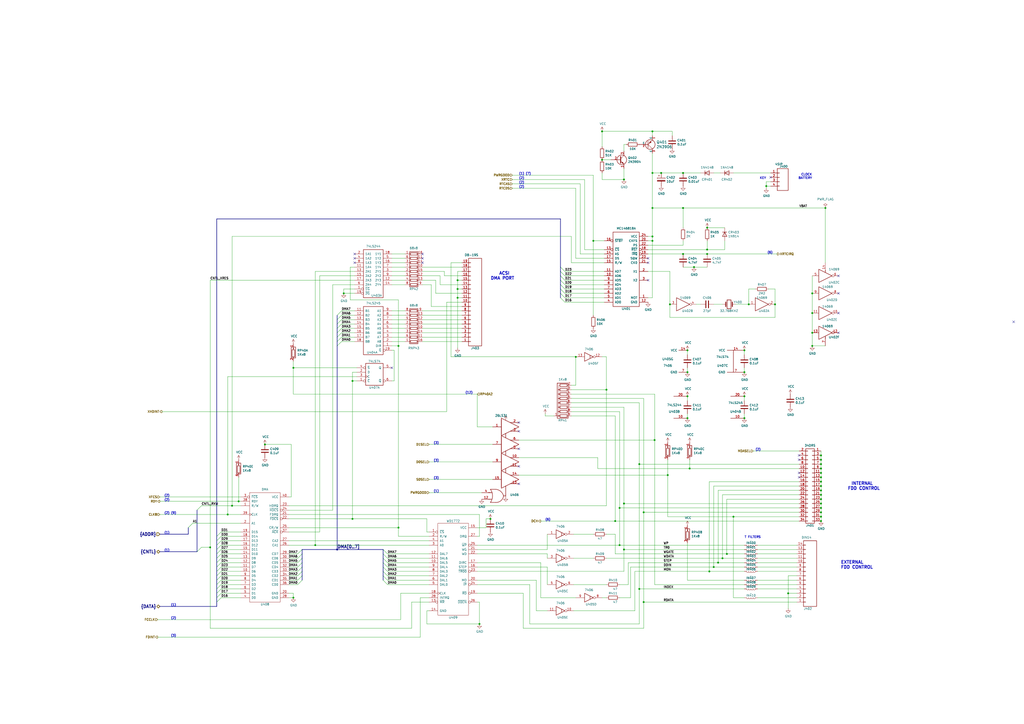
<source format=kicad_sch>
(kicad_sch (version 20231120) (generator "eeschema") (generator_version "8.0")
  (paper "A2")
  (lib_symbols
    (symbol "Atari-TT030:14069-Atari" (pin_names (offset 1.016))
      (property "Reference" "U" (at 0 1.27 0))
      (property "Value" "14069-Atari" (at 0 -1.27 0))
      (symbol "14069-Atari_1_0"
        (pin input line (at -7.62 0 0) (length 3.81) (name "~") (number "1"))
        (pin output inverted (at 7.62 0 180) (length 3.81) (name "~") (number "2"))
      )
      (symbol "14069-Atari_2_0"
        (pin input line (at -7.62 0 0) (length 3.81) (name "~") (number "3"))
        (pin output inverted (at 7.62 0 180) (length 3.81) (name "~") (number "4"))
      )
      (symbol "14069-Atari_3_0"
        (pin power_in line (at 0 7.62 270) (length 5.08) (name "VCC") (number "14"))
        (pin input line (at -7.62 0 0) (length 3.81) (name "~") (number "5"))
        (pin output inverted (at 7.62 0 180) (length 3.81) (name "~") (number "6"))
      )
      (symbol "14069-Atari_4_0"
        (pin output inverted (at 7.62 0 180) (length 3.81) (name "~") (number "8"))
        (pin input line (at -7.62 0 0) (length 3.81) (name "~") (number "9"))
      )
      (symbol "14069-Atari_5_0"
        (pin output inverted (at 7.62 0 180) (length 3.81) (name "~") (number "10"))
        (pin input line (at -7.62 0 0) (length 3.81) (name "~") (number "11"))
      )
      (symbol "14069-Atari_6_0"
        (pin output inverted (at 7.62 0 180) (length 3.81) (name "~") (number "12"))
        (pin input line (at -7.62 0 0) (length 3.81) (name "~") (number "13"))
        (pin power_in line (at 0 -7.62 90) (length 5.08) (name "GND") (number "7"))
      )
    )
    (symbol "Atari-TT030:26LS31-Atari" (pin_names (offset 1.016))
      (property "Reference" "U" (at 3.81 0.635 0))
      (property "Value" "26LS31-Atari" (at 3.81 0.635 0))
      (symbol "26LS31-Atari_0_1"
        (pin power_in line (at -1.27 19.05 270) (length 0) hide (name "VCC") (number "16"))
        (pin power_in line (at -1.27 -25.4 90) (length 5.08) hide (name "GND") (number "8"))
      )
      (symbol "26LS31-Atari_1_0"
        (pin input line (at -8.89 15.24 0) (length 5.08) (name "~") (number "1"))
        (pin output line (at 6.35 -2.54 180) (length 5.08) (name "~") (number "10"))
        (pin output line (at 6.35 -7.62 180) (length 5.08) (name "~") (number "11"))
        (pin power_in line (at -15.24 -26.67 0) (length 5.08) (name "~") (number "12"))
        (pin output line (at 6.35 -17.78 180) (length 5.08) (name "~") (number "13"))
        (pin power_in line (at 6.35 -12.7 180) (length 5.08) (name "~") (number "14"))
        (pin input line (at -8.89 -15.24 0) (length 5.08) (name "~") (number "15"))
        (pin output line (at 6.35 17.78 180) (length 5.08) (name "~") (number "2"))
        (pin output line (at 6.35 12.7 180) (length 5.08) (name "~") (number "3"))
        (pin input line (at -15.24 -22.86 0) (length 5.08) (name "~") (number "4"))
        (pin output line (at 6.35 2.54 180) (length 5.08) (name "~") (number "5"))
        (pin output line (at 6.35 7.62 180) (length 5.08) (name "~") (number "6"))
        (pin input line (at -8.89 5.08 0) (length 5.08) (name "~") (number "7"))
        (pin input line (at -8.89 -5.08 0) (length 5.08) (name "~") (number "9"))
      )
    )
    (symbol "Atari-TT030:2N3904-transistors" (pin_names (offset 0) hide)
      (property "Reference" "Q" (at 5.08 1.905 0))
      (property "Value" "2N3904-transistors" (at 5.08 0 0))
      (symbol "2N3904-transistors_1_1"
        (pin passive line (at 2.54 -5.08 90) (length 2.54) (name "E") (number "1"))
        (pin passive line (at -5.08 0 0) (length 5.715) (name "B") (number "2"))
        (pin passive line (at 2.54 5.08 270) (length 2.54) (name "C") (number "3"))
      )
    )
    (symbol "Atari-TT030:2N3906-atarist" (pin_names (offset 0))
      (property "Reference" "Q" (at 0 -3.81 0))
      (property "Value" "2N3906-atarist" (at 0 3.81 0))
      (symbol "2N3906-atarist_1_1"
        (pin passive line (at 2.54 -5.08 90) (length 2.54) (name "E") (number "1"))
        (pin input line (at -5.08 0 0) (length 5.08) (name "C") (number "2"))
        (pin passive line (at 2.54 5.08 270) (length 2.54) (name "C") (number "3"))
      )
    )
    (symbol "Atari-TT030:7406-Atari" (pin_names (offset 0.762))
      (property "Reference" "U" (at 3.81 8.89 0))
      (property "Value" "7406-Atari" (at 3.81 -7.62 0))
      (symbol "7406-Atari_1_1"
        (pin input line (at -7.62 0 0) (length 5.08) (name "~") (number "1"))
        (pin open_collector inverted (at 7.62 0 180) (length 5.08) (name "~") (number "2"))
      )
      (symbol "7406-Atari_2_1"
        (pin input line (at -7.62 0 0) (length 5.08) (name "~") (number "3"))
        (pin open_collector inverted (at 7.62 0 180) (length 5.08) (name "~") (number "4"))
      )
      (symbol "7406-Atari_3_1"
        (pin input line (at -7.62 0 0) (length 5.08) (name "~") (number "5"))
        (pin open_collector inverted (at 7.62 0 180) (length 5.08) (name "~") (number "6"))
      )
      (symbol "7406-Atari_4_1"
        (pin open_collector inverted (at 7.62 0 180) (length 5.08) (name "~") (number "8"))
        (pin input line (at -7.62 0 0) (length 5.08) (name "~") (number "9"))
      )
      (symbol "7406-Atari_5_1"
        (pin output inverted (at 7.62 0 180) (length 5.08) (name "~") (number "10"))
        (pin input line (at -7.62 0 0) (length 5.08) (name "~") (number "11"))
      )
      (symbol "7406-Atari_6_1"
        (pin open_collector inverted (at 7.62 0 180) (length 5.08) (name "~") (number "12"))
        (pin input line (at -7.62 0 0) (length 5.08) (name "~") (number "13"))
      )
      (symbol "7406-Atari_7_1"
        (pin power_in line (at 7.62 6.35 180) (length 5.08) (name "VCC") (number "14"))
        (pin power_in line (at 7.62 -6.35 180) (length 5.08) (name "GND") (number "7"))
      )
    )
    (symbol "Atari-TT030:74LS244-Atari" (pin_names (offset 1.016))
      (property "Reference" "U" (at -8.89 -6.35 0))
      (property "Value" "74LS244-Atari" (at -8.89 3.81 0))
      (symbol "74LS244-Atari_1_0"
        (pin input inverted (at -11.43 -8.89 0) (length 5.08) (name "~{1G}") (number "1"))
        (pin input line (at -11.43 3.81 0) (length 5.08) (name "1A4") (number "11"))
        (pin output line (at 10.16 -3.81 180) (length 5.08) (name "2Y3") (number "12"))
        (pin input line (at -11.43 1.27 0) (length 5.08) (name "2A1") (number "13"))
        (pin output line (at 10.16 -6.35 180) (length 5.08) (name "2Y4") (number "14"))
        (pin input line (at -11.43 -1.27 0) (length 5.08) (name "2A2") (number "15"))
        (pin output line (at 10.16 6.35 180) (length 5.08) (name "1Y3") (number "16"))
        (pin input line (at -11.43 -3.81 0) (length 5.08) (name "2A3") (number "17"))
        (pin output line (at 10.16 11.43 180) (length 5.08) (name "1Y1") (number "18"))
        (pin input inverted (at -11.43 -11.43 0) (length 5.08) (name "~{2G}") (number "19"))
        (pin input line (at -11.43 11.43 0) (length 5.08) (name "1A1") (number "2"))
        (pin output line (at 10.16 1.27 180) (length 5.08) (name "2Y1") (number "3"))
        (pin input line (at -11.43 8.89 0) (length 5.08) (name "1A2") (number "4"))
        (pin output line (at 10.16 8.89 180) (length 5.08) (name "1Y2") (number "5"))
        (pin input line (at -11.43 -6.35 0) (length 5.08) (name "2A4") (number "6"))
        (pin output line (at 10.16 3.81 180) (length 5.08) (name "1Y4") (number "7"))
        (pin input line (at -11.43 6.35 0) (length 5.08) (name "1A3") (number "8"))
        (pin output line (at 10.16 -1.27 180) (length 5.08) (name "2Y2") (number "9"))
      )
      (symbol "74LS244-Atari_2_0"
        (pin power_in line (at 3.81 -6.35 180) (length 8.001) (name "GND") (number "10"))
        (pin power_in line (at 3.81 6.35 180) (length 8.001) (name "VCC") (number "20"))
      )
    )
    (symbol "Atari-TT030:74LS74-Atari" (pin_names (offset 1.016))
      (property "Reference" "U" (at -7.62 8.89 0))
      (property "Value" "74LS74-Atari" (at -7.62 -8.89 0))
      (symbol "74LS74-Atari_1_0"
        (pin input inverted (at -10.16 -5.08 0) (length 5.08) (name "~{C}") (number "1"))
        (pin input line (at -10.16 0 0) (length 5.08) (name "D") (number "2"))
        (pin input clock (at -10.16 -2.54 0) (length 5.08) (name "C") (number "3"))
        (pin input inverted (at -10.16 2.54 0) (length 5.08) (name "~{S}") (number "4"))
        (pin output line (at 10.16 2.54 180) (length 5.08) (name "Q") (number "5"))
        (pin output inverted (at 10.16 -5.08 180) (length 5.08) (name "~{Q}") (number "6"))
      )
      (symbol "74LS74-Atari_2_0"
        (pin input line (at -10.16 2.54 0) (length 5.08) (name "~{S}") (number "10"))
        (pin input clock (at -10.16 -2.54 0) (length 5.08) (name "C") (number "11"))
        (pin input line (at -10.16 0 0) (length 5.08) (name "D") (number "12"))
        (pin input line (at -10.16 -5.08 0) (length 5.08) (name "~{C}") (number "13"))
        (pin output line (at 10.16 -5.08 180) (length 5.08) (name "~{Q}") (number "8"))
        (pin output line (at 10.16 2.54 180) (length 5.08) (name "Q") (number "9"))
      )
      (symbol "74LS74-Atari_3_0"
        (pin power_in line (at 5.08 6.35 180) (length 10.0076) (name "VCC") (number "14"))
        (pin power_in line (at 5.08 -6.35 180) (length 10.0076) (name "GND") (number "7"))
      )
    )
    (symbol "Atari-TT030:74LS74-U407-Atari" (pin_names (offset 1.016))
      (property "Reference" "U" (at -7.62 8.89 0))
      (property "Value" "74LS74-U407-Atari" (at -7.62 -8.89 0))
      (symbol "74LS74-U407-Atari_1_0"
        (pin input inverted (at -10.16 -5.08 0) (length 5.08) (name "~{C}") (number "1"))
        (pin input line (at -10.16 0 0) (length 5.08) (name "D") (number "2"))
        (pin input clock (at -10.16 -2.54 0) (length 5.08) (name "C") (number "3"))
        (pin input inverted (at -10.16 2.54 0) (length 5.08) (name "~{S}") (number "4"))
        (pin output line (at 10.16 2.54 180) (length 5.08) (name "Q") (number "5"))
        (pin output inverted (at 10.16 -5.08 180) (length 5.08) (name "~{Q}") (number "6"))
      )
      (symbol "74LS74-U407-Atari_2_0"
        (pin input line (at -10.16 2.54 0) (length 5.08) (name "~{S}") (number "10"))
        (pin input clock (at -10.16 -5.08 0) (length 5.08) (name "C") (number "11"))
        (pin input line (at -10.16 -2.54 0) (length 5.08) (name "D") (number "12"))
        (pin input line (at -10.16 0 0) (length 5.08) (name "~{C}") (number "13"))
        (pin output line (at 10.16 -5.08 180) (length 5.08) (name "~{Q}") (number "8"))
        (pin output line (at 10.16 2.54 180) (length 5.08) (name "Q") (number "9"))
      )
      (symbol "74LS74-U407-Atari_3_0"
        (pin power_in line (at 5.08 6.35 180) (length 10.0076) (name "VCC") (number "14"))
        (pin power_in line (at 5.08 -6.35 180) (length 10.0076) (name "GND") (number "7"))
      )
    )
    (symbol "Atari-TT030:CP-Device" (pin_numbers hide) (pin_names (offset 0.254))
      (property "Reference" "C" (at 0.635 2.54 0))
      (property "Value" "CP-Device" (at 0.635 -2.54 0))
      (symbol "CP-Device_1_1"
        (pin passive line (at 0 3.81 270) (length 2.794) (name "~") (number "1"))
        (pin passive line (at 0 -3.81 90) (length 2.794) (name "~") (number "2"))
      )
    )
    (symbol "Atari-TT030:Conn_01x04-Atari" (pin_names (offset 1.016) hide)
      (property "Reference" "J" (at 1.27 6.35 0))
      (property "Value" "Conn_01x04-Atari" (at 1.27 -8.89 0))
      (symbol "Conn_01x04-Atari_1_1"
        (pin passive line (at -5.08 2.54 0) (length 3.81) (name "Pin_1") (number "1"))
        (pin passive line (at -5.08 0 0) (length 3.81) (name "Pin_2") (number "2"))
        (pin passive line (at -5.08 -2.54 0) (length 3.81) (name "Pin_3") (number "3"))
        (pin passive line (at -5.08 -5.08 0) (length 3.81) (name "Pin_4") (number "4"))
      )
    )
    (symbol "Atari-TT030:Conn_01x14-Atari" (pin_names (offset 1.016) hide)
      (property "Reference" "J" (at 2.54 19.05 0))
      (property "Value" "Conn_01x14-Atari" (at 0 -20.32 0))
      (symbol "Conn_01x14-Atari_1_1"
        (pin passive line (at -5.08 15.24 0) (length 3.81) (name "Pin_1") (number "1"))
        (pin passive line (at -5.08 -7.62 0) (length 3.81) (name "Pin_10") (number "10"))
        (pin passive line (at -5.08 -10.16 0) (length 3.81) (name "Pin_11") (number "11"))
        (pin passive line (at -5.08 -12.7 0) (length 3.81) (name "Pin_12") (number "12"))
        (pin passive line (at -5.08 -15.24 0) (length 3.81) (name "Pin_13") (number "13"))
        (pin passive line (at -5.08 -17.78 0) (length 3.81) (name "Pin_14") (number "14"))
        (pin passive line (at -5.08 12.7 0) (length 3.81) (name "Pin_2") (number "2"))
        (pin passive line (at -5.08 10.16 0) (length 3.81) (name "Pin_3") (number "3"))
        (pin passive line (at -5.08 7.62 0) (length 3.81) (name "Pin_4") (number "4"))
        (pin passive line (at -5.08 5.08 0) (length 3.81) (name "Pin_5") (number "5"))
        (pin passive line (at -5.08 2.54 0) (length 3.81) (name "Pin_6") (number "6"))
        (pin passive line (at -5.08 0 0) (length 3.81) (name "Pin_7") (number "7"))
        (pin passive line (at -5.08 -2.54 0) (length 3.81) (name "Pin_8") (number "8"))
        (pin passive line (at -5.08 -5.08 0) (length 3.81) (name "Pin_9") (number "9"))
      )
    )
    (symbol "Atari-TT030:DMA-Atari" (pin_names (offset 1.016))
      (property "Reference" "U27" (at 0 -2.54 0))
      (property "Value" "DMA-Atari" (at 0 2.54 0))
      (symbol "DMA-Atari_1_1"
        (pin bidirectional line (at -13.97 24.13 0) (length 5.08) (name "R/W") (number "1"))
        (pin bidirectional line (at -13.97 -13.97 0) (length 5.08) (name "D6") (number "10"))
        (pin bidirectional line (at -13.97 -11.43 0) (length 5.08) (name "D7") (number "11"))
        (pin bidirectional line (at -13.97 -8.89 0) (length 5.08) (name "D8") (number "12"))
        (pin bidirectional line (at -13.97 -6.35 0) (length 5.08) (name "D9") (number "13"))
        (pin bidirectional line (at -13.97 -3.81 0) (length 5.08) (name "D10") (number "14"))
        (pin bidirectional line (at -13.97 -1.27 0) (length 5.08) (name "D11") (number "15"))
        (pin bidirectional line (at -13.97 1.27 0) (length 5.08) (name "D12") (number "16"))
        (pin bidirectional line (at -13.97 3.81 0) (length 5.08) (name "D13") (number "17"))
        (pin bidirectional line (at -13.97 6.35 0) (length 5.08) (name "D14") (number "18"))
        (pin bidirectional line (at -13.97 8.89 0) (length 5.08) (name "D15") (number "19"))
        (pin input line (at -13.97 13.97 0) (length 5.08) (name "A1") (number "2"))
        (pin power_in line (at 13.97 -26.67 180) (length 5.08) (name "GND") (number "20"))
        (pin bidirectional line (at 13.97 19.05 180) (length 5.08) (name "FDRQ") (number "21"))
        (pin bidirectional inverted (at 13.97 16.51 180) (length 5.08) (name "~{FDCS}") (number "22"))
        (pin bidirectional line (at 13.97 24.13 180) (length 5.08) (name "HDRQ") (number "23"))
        (pin bidirectional inverted (at 13.97 21.59 180) (length 5.08) (name "~{HDCS}") (number "24"))
        (pin bidirectional line (at 13.97 11.43 180) (length 5.08) (name "CR/W") (number "25"))
        (pin bidirectional line (at 13.97 1.27 180) (length 5.08) (name "CA1") (number "26"))
        (pin bidirectional line (at 13.97 3.81 180) (length 5.08) (name "CA2") (number "27"))
        (pin power_in line (at 13.97 -29.21 180) (length 5.08) (name "GND") (number "28"))
        (pin bidirectional line (at 13.97 -3.81 180) (length 5.08) (name "CD7") (number "29"))
        (pin bidirectional inverted (at -13.97 29.21 0) (length 5.08) (name "~{FCS}") (number "3"))
        (pin bidirectional line (at 13.97 -6.35 180) (length 5.08) (name "CD6") (number "30"))
        (pin bidirectional line (at 13.97 -8.89 180) (length 5.08) (name "CD5") (number "31"))
        (pin bidirectional line (at 13.97 -11.43 180) (length 5.08) (name "CD4") (number "32"))
        (pin bidirectional line (at 13.97 -13.97 180) (length 5.08) (name "CD3") (number "33"))
        (pin bidirectional line (at 13.97 -16.51 180) (length 5.08) (name "CD2") (number "34"))
        (pin bidirectional line (at 13.97 -19.05 180) (length 5.08) (name "CD1") (number "35"))
        (pin bidirectional line (at 13.97 -21.59 180) (length 5.08) (name "CD0") (number "36"))
        (pin bidirectional inverted (at 13.97 8.89 180) (length 5.08) (name "~{ACK}") (number "37"))
        (pin bidirectional line (at -13.97 26.67 0) (length 5.08) (name "RDY") (number "38"))
        (pin input clock (at -13.97 19.05 0) (length 5.08) (name "CLK") (number "39"))
        (pin bidirectional line (at -13.97 -29.21 0) (length 5.08) (name "D0") (number "4"))
        (pin power_in line (at 13.97 29.21 180) (length 5.08) (name "VCC") (number "40"))
        (pin bidirectional line (at -13.97 -26.67 0) (length 5.08) (name "D1") (number "5"))
        (pin bidirectional line (at -13.97 -24.13 0) (length 5.08) (name "D2") (number "6"))
        (pin bidirectional line (at -13.97 -21.59 0) (length 5.08) (name "D3") (number "7"))
        (pin bidirectional line (at -13.97 -19.05 0) (length 5.08) (name "D4") (number "8"))
        (pin bidirectional line (at -13.97 -16.51 0) (length 5.08) (name "D5") (number "9"))
      )
    )
    (symbol "Atari-TT030:J401-Atari" (pin_names (offset 1.016) hide)
      (property "Reference" "J" (at 1.27 22.86 0))
      (property "Value" "J401-Atari" (at 1.27 -22.86 0))
      (symbol "J401-Atari_1_1"
        (pin passive line (at -5.08 20.32 0) (length 3.81) (name "Pin_1") (number "1"))
        (pin passive line (at 7.62 10.16 180) (length 3.81) (name "Pin_10") (number "10"))
        (pin passive line (at -5.08 7.62 0) (length 3.81) (name "Pin_11") (number "11"))
        (pin passive line (at 7.62 7.62 180) (length 3.81) (name "Pin_12") (number "12"))
        (pin passive line (at -5.08 5.08 0) (length 3.81) (name "Pin_13") (number "13"))
        (pin passive line (at 7.62 5.08 180) (length 3.81) (name "Pin_14") (number "14"))
        (pin passive line (at -5.08 2.54 0) (length 3.81) (name "Pin_15") (number "15"))
        (pin passive line (at 7.62 2.54 180) (length 3.81) (name "Pin_16") (number "16"))
        (pin passive line (at -5.08 0 0) (length 3.81) (name "Pin_17") (number "17"))
        (pin passive line (at 7.62 0 180) (length 3.81) (name "Pin_18") (number "18"))
        (pin passive line (at -5.08 -2.54 0) (length 3.81) (name "Pin_19") (number "19"))
        (pin passive line (at 7.62 20.32 180) (length 3.81) (name "Pin_2") (number "2"))
        (pin passive line (at 7.62 -2.54 180) (length 3.81) (name "Pin_20") (number "20"))
        (pin passive line (at -5.08 -5.08 0) (length 3.81) (name "Pin_21") (number "21"))
        (pin passive line (at 7.62 -5.08 180) (length 3.81) (name "Pin_22") (number "22"))
        (pin passive line (at -5.08 -7.62 0) (length 3.81) (name "Pin_23") (number "23"))
        (pin passive line (at 7.62 -7.62 180) (length 3.81) (name "Pin_24") (number "24"))
        (pin passive line (at -5.08 -10.16 0) (length 3.81) (name "Pin_25") (number "25"))
        (pin passive line (at 7.62 -10.16 180) (length 3.81) (name "Pin_26") (number "26"))
        (pin passive line (at -5.08 -12.7 0) (length 3.81) (name "Pin_27") (number "27"))
        (pin passive line (at 7.62 -12.7 180) (length 3.81) (name "Pin_28") (number "28"))
        (pin passive line (at -5.08 -15.24 0) (length 3.81) (name "Pin_29") (number "29"))
        (pin passive line (at -5.08 17.78 0) (length 3.81) (name "Pin_3") (number "3"))
        (pin passive line (at 7.62 -15.24 180) (length 3.81) (name "Pin_30") (number "30"))
        (pin passive line (at -5.08 -17.78 0) (length 3.81) (name "Pin_31") (number "31"))
        (pin passive line (at 7.62 -17.78 180) (length 3.81) (name "Pin_32") (number "32"))
        (pin passive line (at -5.08 -20.32 0) (length 3.81) (name "Pin_33") (number "33"))
        (pin passive line (at 7.62 -20.32 180) (length 3.81) (name "Pin_34") (number "34"))
        (pin passive line (at 7.62 17.78 180) (length 3.81) (name "Pin_4") (number "4"))
        (pin passive line (at -5.08 15.24 0) (length 3.81) (name "Pin_5") (number "5"))
        (pin passive line (at 7.62 15.24 180) (length 3.81) (name "Pin_6") (number "6"))
        (pin passive line (at -5.08 12.7 0) (length 3.81) (name "Pin_7") (number "7"))
        (pin passive line (at 7.62 12.7 180) (length 3.81) (name "Pin_8") (number "8"))
        (pin passive line (at -5.08 10.16 0) (length 3.81) (name "Pin_9") (number "9"))
      )
    )
    (symbol "Atari-TT030:J403-Atari" (pin_names (offset 1.016) hide)
      (property "Reference" "J" (at 1.27 26.67 0))
      (property "Value" "J403-Atari" (at 1.27 -26.67 0))
      (symbol "J403-Atari_1_1"
        (pin passive line (at -5.08 22.86 0) (length 3.81) (name "Pin_1") (number "1"))
        (pin passive line (at -5.08 0 0) (length 3.81) (name "Pin_10") (number "10"))
        (pin passive line (at -5.08 -2.54 0) (length 3.81) (name "Pin_11") (number "11"))
        (pin passive line (at -5.08 -5.08 0) (length 3.81) (name "Pin_12") (number "12"))
        (pin passive line (at -5.08 -7.62 0) (length 3.81) (name "Pin_13") (number "13"))
        (pin passive line (at -5.08 -10.16 0) (length 3.81) (name "Pin_14") (number "14"))
        (pin passive line (at -5.08 -12.7 0) (length 3.81) (name "Pin_15") (number "15"))
        (pin passive line (at -5.08 -15.24 0) (length 3.81) (name "Pin_16") (number "16"))
        (pin passive line (at -5.08 -17.78 0) (length 3.81) (name "Pin_17") (number "17"))
        (pin passive line (at -5.08 -20.32 0) (length 3.81) (name "Pin_18") (number "18"))
        (pin passive line (at -5.08 -22.86 0) (length 3.81) (name "Pin_19") (number "19"))
        (pin passive line (at -5.08 20.32 0) (length 3.81) (name "Pin_2") (number "2"))
        (pin passive line (at -5.08 17.78 0) (length 3.81) (name "Pin_3") (number "3"))
        (pin passive line (at -5.08 15.24 0) (length 3.81) (name "Pin_4") (number "4"))
        (pin passive line (at -5.08 12.7 0) (length 3.81) (name "Pin_5") (number "5"))
        (pin passive line (at -5.08 10.16 0) (length 3.81) (name "Pin_6") (number "6"))
        (pin passive line (at -5.08 7.62 0) (length 3.81) (name "Pin_7") (number "7"))
        (pin passive line (at -5.08 5.08 0) (length 3.81) (name "Pin_8") (number "8"))
        (pin passive line (at -5.08 2.54 0) (length 3.81) (name "Pin_9") (number "9"))
      )
    )
    (symbol "Atari-TT030:LS245-Atari" (pin_names (offset 1.016))
      (property "Reference" "U" (at 0 -15.24 0))
      (property "Value" "LS245-Atari" (at -1.27 15.24 0))
      (symbol "LS245-Atari_1_0"
        (pin input line (at 10.16 -8.89 180) (length 5.08) (name "DIR") (number "1"))
        (pin input line (at -11.43 11.43 0) (length 5.08) (name "B1") (number "11"))
        (pin input line (at -11.43 8.89 0) (length 5.08) (name "B2") (number "12"))
        (pin input line (at -11.43 6.35 0) (length 5.08) (name "B3") (number "13"))
        (pin input line (at -11.43 3.81 0) (length 5.08) (name "B4") (number "14"))
        (pin input line (at -11.43 1.27 0) (length 5.08) (name "B5") (number "15"))
        (pin input line (at -11.43 -1.27 0) (length 5.08) (name "B6") (number "16"))
        (pin input line (at -11.43 -3.81 0) (length 5.08) (name "B7") (number "17"))
        (pin input line (at -11.43 -6.35 0) (length 5.08) (name "B8") (number "18"))
        (pin input inverted (at 10.16 -11.43 180) (length 5.08) (name "~{G}") (number "19"))
        (pin output line (at 10.16 -6.35 180) (length 5.08) (name "A8") (number "2"))
        (pin output line (at 10.16 -3.81 180) (length 5.08) (name "A7") (number "3"))
        (pin output line (at 10.16 -1.27 180) (length 5.08) (name "A6") (number "4"))
        (pin output line (at 10.16 1.27 180) (length 5.08) (name "A5") (number "5"))
        (pin output line (at 10.16 3.81 180) (length 5.08) (name "A4") (number "6"))
        (pin output line (at 10.16 6.35 180) (length 5.08) (name "A3") (number "7"))
        (pin output line (at 10.16 8.89 180) (length 5.08) (name "A2") (number "8"))
        (pin output line (at 10.16 11.43 180) (length 5.08) (name "A1") (number "9"))
      )
      (symbol "LS245-Atari_2_0"
        (pin power_in line (at 3.81 -6.35 180) (length 8.001) (name "GND") (number "10"))
        (pin power_in line (at 3.81 6.35 180) (length 8.001) (name "VCC") (number "20"))
      )
    )
    (symbol "Atari-TT030:MC146818A-Atari" (pin_names (offset 1.016))
      (property "Reference" "U" (at 0 -21.59 0))
      (property "Value" "MC146818A-Atari" (at 0 24.13 0))
      (symbol "MC146818A-Atari_0_0"
        (pin input line (at 12.7 -15.24 180) (length 5.08) (name "MOT") (number "1"))
        (pin input line (at -12.7 -2.54 0) (length 5.08) (name "AD6") (number "10"))
        (pin input line (at -12.7 0 0) (length 5.08) (name "AD7") (number "11"))
        (pin power_in line (at 12.7 -17.78 180) (length 5.08) (name "GND") (number "12"))
        (pin input inverted (at -12.7 12.7 0) (length 5.08) (name "~{CS}") (number "13"))
        (pin input line (at -12.7 10.16 0) (length 5.08) (name "AS") (number "14"))
        (pin bidirectional line (at -12.7 5.08 0) (length 5.08) (name "R/W") (number "15"))
        (pin input inverted (at -12.7 17.78 0) (length 5.08) (name "~{STBY}") (number "16"))
        (pin input line (at -12.7 7.62 0) (length 5.08) (name "DS") (number "17"))
        (pin input inverted (at 12.7 12.7 180) (length 5.08) (name "~{RST}") (number "18"))
        (pin input inverted (at 12.7 10.16 180) (length 5.08) (name "~{IRQ}") (number "19"))
        (pin input line (at 12.7 0 180) (length 5.08) (name "X1") (number "2"))
        (pin input line (at 12.7 17.78 180) (length 5.08) (name "CKFS") (number "20"))
        (pin input line (at 12.7 5.08 180) (length 5.08) (name "CK0") (number "21"))
        (pin input line (at 12.7 15.24 180) (length 5.08) (name "PS") (number "22"))
        (pin input line (at 12.7 7.62 180) (length 5.08) (name "SQW") (number "23"))
        (pin power_in line (at 12.7 20.32 180) (length 5.08) (name "VCC") (number "24"))
        (pin input line (at 12.7 -5.08 180) (length 5.08) (name "X2") (number "3"))
        (pin input line (at -12.7 -17.78 0) (length 5.08) (name "AD0") (number "4"))
        (pin input line (at -12.7 -15.24 0) (length 5.08) (name "AD1") (number "5"))
        (pin input line (at -12.7 -12.7 0) (length 5.08) (name "AD2") (number "6"))
        (pin input line (at -12.7 -10.16 0) (length 5.08) (name "AD3") (number "7"))
        (pin input line (at -12.7 -7.62 0) (length 5.08) (name "AD4") (number "8"))
        (pin input line (at -12.7 -5.08 0) (length 5.08) (name "AD5") (number "9"))
      )
    )
    (symbol "Atari-TT030:RP40-Atari" (pin_names (offset 0) hide)
      (property "Reference" "RN" (at 0 11.43 0))
      (property "Value" "RP40-Atari" (at 0 -11.43 0))
      (symbol "RP40-Atari_1_1"
        (pin passive line (at 5.08 8.89 180) (length 2.54) (name "common") (number "1"))
        (pin passive line (at -5.08 8.89 0) (length 2.54) (name "R1") (number "2"))
      )
      (symbol "RP40-Atari_2_1"
        (pin passive line (at 5.08 8.89 180) (length 2.54) (name "common") (number "1"))
        (pin passive line (at -5.08 8.89 0) (length 2.54) (name "R1") (number "3"))
      )
      (symbol "RP40-Atari_3_1"
        (pin passive line (at 5.08 8.89 180) (length 2.54) (name "common") (number "1"))
        (pin passive line (at -5.08 8.89 0) (length 2.54) (name "R6") (number "4"))
      )
      (symbol "RP40-Atari_4_1"
        (pin passive line (at 5.08 8.89 180) (length 2.54) (name "common") (number "1"))
        (pin passive line (at -5.08 8.89 0) (length 2.54) (name "R5") (number "5"))
      )
      (symbol "RP40-Atari_5_1"
        (pin passive line (at 5.08 8.89 180) (length 2.54) (name "common") (number "1"))
        (pin passive line (at -5.08 8.89 0) (length 2.54) (name "R4") (number "6"))
      )
      (symbol "RP40-Atari_6_1"
        (pin passive line (at 5.08 8.89 180) (length 2.54) (name "common") (number "1"))
        (pin passive line (at -5.08 8.89 0) (length 2.54) (name "R3") (number "7"))
      )
      (symbol "RP40-Atari_7_1"
        (pin passive line (at 5.08 8.89 180) (length 2.54) (name "common") (number "1"))
        (pin passive line (at -5.08 8.89 0) (length 2.54) (name "R2") (number "8"))
      )
      (symbol "RP40-Atari_8_1"
        (pin passive line (at 5.08 8.89 180) (length 2.54) (name "common") (number "1"))
        (pin passive line (at -5.08 8.89 0) (length 2.54) (name "R1") (number "9"))
      )
    )
    (symbol "Atari-TT030:RP43-Atari" (pin_names (offset 0) hide)
      (property "Reference" "RN" (at 0 -11.43 0))
      (property "Value" "RP43-Atari" (at 0 11.43 0))
      (symbol "RP43-Atari_1_1"
        (pin passive line (at -5.08 -8.89 0) (length 2.54) (name "R1.1") (number "1"))
        (pin passive line (at 5.08 -1.27 180) (length 2.54) (name "R4.2") (number "10"))
        (pin passive line (at 5.08 -6.35 180) (length 2.54) (name "R2.2") (number "11"))
        (pin passive line (at 5.08 3.81 180) (length 2.54) (name "R6.2") (number "12"))
        (pin passive line (at 5.08 6.35 180) (length 2.54) (name "R7.2") (number "13"))
        (pin passive line (at 5.08 -3.81 180) (length 2.54) (name "R3.2") (number "14"))
        (pin passive line (at 5.08 1.27 180) (length 2.54) (name "R5.2") (number "15"))
        (pin passive line (at 5.08 -8.89 180) (length 2.54) (name "R1.2") (number "16"))
        (pin passive line (at -5.08 1.27 0) (length 2.54) (name "R5.1") (number "2"))
        (pin passive line (at -5.08 -3.81 0) (length 2.54) (name "R3.1") (number "3"))
        (pin passive line (at -5.08 6.35 0) (length 2.54) (name "R7.1") (number "4"))
        (pin passive line (at -5.08 3.81 0) (length 2.54) (name "R6.1") (number "5"))
        (pin passive line (at -5.08 -6.35 0) (length 2.54) (name "R2.1") (number "6"))
        (pin passive line (at -5.08 -1.27 0) (length 2.54) (name "R4.1") (number "7"))
        (pin passive line (at -5.08 8.89 0) (length 2.54) (name "R8.1") (number "8"))
        (pin passive line (at 5.08 8.89 180) (length 2.54) (name "R8.2") (number "9"))
      )
    )
    (symbol "Atari-TT030:RP8-Atari" (pin_names (offset 0) hide)
      (property "Reference" "RN" (at 0 11.43 0))
      (property "Value" "RP8-Atari" (at 0 -11.43 0))
      (symbol "RP8-Atari_1_1"
        (pin passive line (at 5.08 8.89 180) (length 2.54) (name "common") (number "1"))
        (pin passive line (at -5.08 -8.89 0) (length 2.54) (name "R8") (number "2"))
        (pin passive line (at -5.08 -6.35 0) (length 2.54) (name "R7") (number "3"))
        (pin passive line (at -5.08 -3.81 0) (length 2.54) (name "R6") (number "4"))
        (pin passive line (at -5.08 -1.27 0) (length 2.54) (name "R5") (number "5"))
        (pin passive line (at -5.08 1.27 0) (length 2.54) (name "R4") (number "6"))
        (pin passive line (at -5.08 3.81 0) (length 2.54) (name "R3") (number "7"))
        (pin passive line (at -5.08 6.35 0) (length 2.54) (name "R2") (number "8"))
        (pin passive line (at -5.08 8.89 0) (length 2.54) (name "R1") (number "9"))
      )
    )
    (symbol "Atari-TT030:WD1772-Atari" (pin_names (offset 1.016))
      (property "Reference" "U28" (at 0 -2.54 0))
      (property "Value" "WD1772-Atari" (at 0 2.54 0))
      (symbol "WD1772-Atari_1_1"
        (pin bidirectional inverted (at -13.97 22.86 0) (length 5.08) (name "~{CS}") (number "1"))
        (pin bidirectional line (at -13.97 5.08 0) (length 5.08) (name "DAL5") (number "10"))
        (pin bidirectional line (at -13.97 7.62 0) (length 5.08) (name "DAL6") (number "11"))
        (pin bidirectional line (at -13.97 10.16 0) (length 5.08) (name "DAL7") (number "12"))
        (pin bidirectional inverted (at -13.97 -17.78 0) (length 5.08) (name "~{MR}") (number "13"))
        (pin power_in line (at -13.97 -22.86 0) (length 5.08) (name "GND") (number "14"))
        (pin power_in line (at 13.97 25.4 180) (length 5.08) (name "VCC") (number "15"))
        (pin bidirectional line (at 13.97 2.54 180) (length 5.08) (name "STEP") (number "16"))
        (pin bidirectional line (at 13.97 5.08 180) (length 5.08) (name "DIRC") (number "17"))
        (pin bidirectional clock (at -13.97 -12.7 0) (length 5.08) (name "CLK") (number "18"))
        (pin bidirectional inverted (at 13.97 -12.7 180) (length 5.08) (name "~{RD}") (number "19"))
        (pin bidirectional line (at -13.97 20.32 0) (length 5.08) (name "R/W") (number "2"))
        (pin bidirectional line (at 13.97 -5.08 180) (length 5.08) (name "MO") (number "20"))
        (pin bidirectional line (at 13.97 12.7 180) (length 5.08) (name "WG") (number "21"))
        (pin bidirectional line (at 13.97 10.16 180) (length 5.08) (name "WD") (number "22"))
        (pin bidirectional inverted (at 13.97 0 180) (length 5.08) (name "~{TR00}") (number "23"))
        (pin bidirectional inverted (at 13.97 -7.62 180) (length 5.08) (name "~{IP}") (number "24"))
        (pin bidirectional inverted (at 13.97 15.24 180) (length 5.08) (name "~{WP}") (number "25"))
        (pin bidirectional inverted (at 13.97 -17.78 180) (length 5.08) (name "~{DDEN}") (number "26"))
        (pin bidirectional line (at 13.97 20.32 180) (length 5.08) (name "DRQ") (number "27"))
        (pin bidirectional line (at -13.97 -15.24 0) (length 5.08) (name "INTRQ") (number "28"))
        (pin bidirectional line (at -13.97 15.24 0) (length 5.08) (name "A0") (number "3"))
        (pin bidirectional line (at -13.97 17.78 0) (length 5.08) (name "A1") (number "4"))
        (pin bidirectional line (at -13.97 -7.62 0) (length 5.08) (name "DAL0") (number "5"))
        (pin bidirectional line (at -13.97 -5.08 0) (length 5.08) (name "DAL1") (number "6"))
        (pin bidirectional line (at -13.97 -2.54 0) (length 5.08) (name "DAL2") (number "7"))
        (pin bidirectional line (at -13.97 0 0) (length 5.08) (name "DAL3") (number "8"))
        (pin bidirectional line (at -13.97 2.54 0) (length 5.08) (name "DAL4") (number "9"))
      )
    )
    (symbol "Device:C" (pin_numbers hide) (pin_names (offset 0.254))
      (property "Reference" "C" (at 0.635 2.54 0))
      (property "Value" "C" (at 0.635 -2.54 0))
      (symbol "C_1_1"
        (pin passive line (at 0 3.81 270) (length 2.794) (name "~") (number "1"))
        (pin passive line (at 0 -3.81 90) (length 2.794) (name "~") (number "2"))
      )
    )
    (symbol "Device:Crystal" (pin_numbers hide) (pin_names (offset 1.016) hide)
      (property "Reference" "Y" (at 0 3.81 0))
      (property "Value" "Crystal" (at 0 -3.81 0))
      (symbol "Crystal_1_1"
        (pin passive line (at -3.81 0 0) (length 1.27) (name "1") (number "1"))
        (pin passive line (at 3.81 0 180) (length 1.27) (name "2") (number "2"))
      )
    )
    (symbol "Device:D" (pin_numbers hide) (pin_names (offset 1.016) hide)
      (property "Reference" "D" (at 0 2.54 0))
      (property "Value" "D" (at 0 -2.54 0))
      (symbol "D_1_1"
        (pin passive line (at -3.81 0 0) (length 2.54) (name "K") (number "1"))
        (pin passive line (at 3.81 0 180) (length 2.54) (name "A") (number "2"))
      )
    )
    (symbol "Device:L" (pin_numbers hide) (pin_names (offset 1.016) hide)
      (property "Reference" "L" (at -1.27 0 90))
      (property "Value" "L" (at 1.905 0 90))
      (symbol "L_1_1"
        (pin passive line (at 0 3.81 270) (length 1.27) (name "1") (number "1"))
        (pin passive line (at 0 -3.81 90) (length 1.27) (name "2") (number "2"))
      )
    )
    (symbol "Device:R" (pin_numbers hide) (pin_names (offset 0))
      (property "Reference" "R" (at 2.032 0 90))
      (property "Value" "R" (at 0 0 90))
      (symbol "R_1_1"
        (pin passive line (at 0 3.81 270) (length 1.27) (name "~") (number "1"))
        (pin passive line (at 0 -3.81 90) (length 1.27) (name "~") (number "2"))
      )
    )
    (symbol "power:GND" (power) (pin_numbers hide) (pin_names (offset 0) hide)
      (property "Value" "GND" (at 0 -3.81 0))
      (symbol "GND_1_1"
        (pin power_in line (at 0 0 270) (length 0) (name "~") (number "1"))
      )
    )
    (symbol "power:PWR_FLAG" (power) (pin_numbers hide) (pin_names (offset 0) hide)
      (property "Value" "PWR_FLAG" (at 0 3.81 0))
      (symbol "PWR_FLAG_0_0"
        (pin power_out line (at 0 0 90) (length 0) (name "~") (number "1"))
      )
    )
    (symbol "power:VCC" (power) (pin_numbers hide) (pin_names (offset 0) hide)
      (property "Value" "VCC" (at 0 3.556 0))
      (symbol "VCC_1_1"
        (pin power_in line (at 0 0 90) (length 0) (name "~") (number "1"))
      )
    )
  )
  (junction (at 416.56 326.39))
  (junction (at 431.8 203.2))
  (junction (at 476.25 302.26))
  (junction (at 431.8 215.9))
  (junction (at 449.58 176.53))
  (junction (at 378.46 100.33))
  (junction (at 478.79 120.65))
  (junction (at 387.35 275.59))
  (junction (at 182.88 316.23))
  (junction (at 476.25 269.24))
  (junction (at 378.46 139.7))
  (junction (at 170.18 346.71))
  (junction (at 231.14 200.66))
  (junction (at 444.5 107.95))
  (junction (at 431.8 229.87))
  (junction (at 356.87 302.26))
  (junction (at 344.17 139.7))
  (junction (at 204.47 220.98))
  (junction (at 476.25 276.86))
  (junction (at 359.41 294.64))
  (junction (at 402.59 154.94))
  (junction (at 278.13 361.95))
  (junction (at 476.25 279.4))
  (junction (at 379.73 255.27))
  (junction (at 410.21 144.78))
  (junction (at 361.95 292.1))
  (junction (at 400.05 271.78))
  (junction (at 204.47 300.99))
  (junction (at 231.14 306.07))
  (junction (at 265.43 162.56))
  (junction (at 398.78 242.57))
  (junction (at 359.41 316.23))
  (junction (at 349.25 92.71))
  (junction (at 431.8 242.57))
  (junction (at 370.84 269.24))
  (junction (at 378.46 76.2))
  (junction (at 361.95 104.14))
  (junction (at 414.02 328.93))
  (junction (at 383.54 100.33))
  (junction (at 349.25 76.2))
  (junction (at 396.24 100.33))
  (junction (at 132.08 298.45))
  (junction (at 199.39 170.18))
  (junction (at 396.24 147.32))
  (junction (at 457.2 344.17))
  (junction (at 265.43 172.72))
  (junction (at 373.38 349.25))
  (junction (at 471.17 200.66))
  (junction (at 471.17 181.61))
  (junction (at 471.17 193.04))
  (junction (at 476.25 284.48))
  (junction (at 419.1 323.85))
  (junction (at 370.84 341.63))
  (junction (at 471.17 170.18))
  (junction (at 378.46 137.16))
  (junction (at 138.43 290.83))
  (junction (at 425.45 299.72))
  (junction (at 476.25 271.78))
  (junction (at 388.62 176.53))
  (junction (at 361.95 318.77))
  (junction (at 195.58 318.77))
  (junction (at 284.48 300.99))
  (junction (at 398.78 203.2))
  (junction (at 410.21 147.32))
  (junction (at 134.62 293.37))
  (junction (at 373.38 297.18))
  (junction (at 398.78 229.87))
  (junction (at 476.25 287.02))
  (junction (at 265.43 167.64))
  (junction (at 378.46 120.65))
  (junction (at 434.34 176.53))
  (junction (at 476.25 266.7))
  (junction (at 476.25 289.56))
  (junction (at 476.25 297.18))
  (junction (at 410.21 132.08))
  (junction (at 476.25 264.16))
  (junction (at 476.25 281.94))
  (junction (at 411.48 331.47))
  (junction (at 334.01 207.01))
  (junction (at 398.78 215.9))
  (junction (at 421.64 321.31))
  (junction (at 351.79 226.06))
  (junction (at 476.25 292.1))
  (junction (at 121.92 317.5))
  (junction (at 396.24 120.65))
  (junction (at 153.67 257.81))
  (junction (at 170.18 213.36))
  (junction (at 476.25 294.64))
  (junction (at 476.25 274.32))
  (junction (at 476.25 299.72))
  (no_connect (at 300.99 250.19))
  (no_connect (at 375.92 149.86))
  (no_connect (at 300.99 280.67))
  (no_connect (at 463.55 266.7))
  (no_connect (at 245.11 147.32))
  (no_connect (at 486.41 193.04))
  (no_connect (at 447.04 102.87))
  (no_connect (at 245.11 152.4))
  (no_connect (at 463.55 276.86))
  (no_connect (at 227.33 213.36))
  (no_connect (at 486.41 160.02))
  (no_connect (at 463.55 274.32))
  (no_connect (at 463.55 264.16))
  (no_connect (at 245.11 149.86))
  (no_connect (at 375.92 162.56))
  (no_connect (at 486.41 181.61))
  (no_connect (at 205.74 152.4))
  (no_connect (at 375.92 152.4))
  (no_connect (at 588.01 186.69))
  (no_connect (at 300.99 245.11))
  (no_connect (at 486.41 170.18))
  (no_connect (at 205.74 149.86))
  (no_connect (at 300.99 270.51))
  (no_connect (at 300.99 260.35))
  (no_connect (at 205.74 147.32))
  (bus_entry (at 172.72 321.31) (size 2.54 -2.54))
  (bus_entry (at 325.12 157.48) (size 2.54 2.54))
  (bus_entry (at 195.58 200.66) (size 2.54 -2.54))
  (bus_entry (at 125.73 323.85) (size 2.54 -2.54))
  (bus_entry (at 125.73 349.25) (size 2.54 -2.54))
  (bus_entry (at 222.25 323.85) (size 2.54 2.54))
  (bus_entry (at 195.58 185.42) (size 2.54 -2.54))
  (bus_entry (at 125.73 318.77) (size 2.54 -2.54))
  (bus_entry (at 125.73 331.47) (size 2.54 -2.54))
  (bus_entry (at 125.73 321.31) (size 2.54 -2.54))
  (bus_entry (at 222.25 334.01) (size 2.54 2.54))
  (bus_entry (at 114.3 320.04) (size 2.54 -2.54))
  (bus_entry (at 222.25 326.39) (size 2.54 2.54))
  (bus_entry (at 222.25 328.93) (size 2.54 2.54))
  (bus_entry (at 325.12 172.72) (size 2.54 2.54))
  (bus_entry (at 125.73 341.63) (size 2.54 -2.54))
  (bus_entry (at 125.73 326.39) (size 2.54 -2.54))
  (bus_entry (at 172.72 326.39) (size 2.54 -2.54))
  (bus_entry (at 125.73 311.15) (size 2.54 -2.54))
  (bus_entry (at 125.73 339.09) (size 2.54 -2.54))
  (bus_entry (at 325.12 165.1) (size 2.54 2.54))
  (bus_entry (at 172.72 331.47) (size 2.54 -2.54))
  (bus_entry (at 195.58 195.58) (size 2.54 -2.54))
  (bus_entry (at 125.73 316.23) (size 2.54 -2.54))
  (bus_entry (at 195.58 193.04) (size 2.54 -2.54))
  (bus_entry (at 195.58 198.12) (size 2.54 -2.54))
  (bus_entry (at 125.73 328.93) (size 2.54 -2.54))
  (bus_entry (at 172.72 334.01) (size 2.54 -2.54))
  (bus_entry (at 325.12 167.64) (size 2.54 2.54))
  (bus_entry (at 172.72 323.85) (size 2.54 -2.54))
  (bus_entry (at 325.12 162.56) (size 2.54 2.54))
  (bus_entry (at 125.73 346.71) (size 2.54 -2.54))
  (bus_entry (at 172.72 328.93) (size 2.54 -2.54))
  (bus_entry (at 222.25 321.31) (size 2.54 2.54))
  (bus_entry (at 172.72 339.09) (size 2.54 -2.54))
  (bus_entry (at 125.73 313.69) (size 2.54 -2.54))
  (bus_entry (at 222.25 318.77) (size 2.54 2.54))
  (bus_entry (at 172.72 336.55) (size 2.54 -2.54))
  (bus_entry (at 325.12 160.02) (size 2.54 2.54))
  (bus_entry (at 109.22 306.07) (size 2.54 -2.54))
  (bus_entry (at 195.58 187.96) (size 2.54 -2.54))
  (bus_entry (at 325.12 170.18) (size 2.54 2.54))
  (bus_entry (at 114.3 295.91) (size 2.54 -2.54))
  (bus_entry (at 325.12 154.94) (size 2.54 2.54))
  (bus_entry (at 125.73 344.17) (size 2.54 -2.54))
  (bus_entry (at 125.73 334.01) (size 2.54 -2.54))
  (bus_entry (at 222.25 336.55) (size 2.54 2.54))
  (bus_entry (at 195.58 182.88) (size 2.54 -2.54))
  (bus_entry (at 222.25 331.47) (size 2.54 2.54))
  (bus_entry (at 125.73 336.55) (size 2.54 -2.54))
  (bus_entry (at 195.58 190.5) (size 2.54 -2.54))
  (wire (pts (xy 471.17 170.18) (xy 471.17 160.02)))
  (wire (pts (xy 439.42 323.85) (xy 462.28 323.85)))
  (wire (pts (xy 449.58 167.64) (xy 445.77 167.64)))
  (bus (pts (xy 125.73 336.55) (xy 125.73 339.09)))
  (wire (pts (xy 167.64 323.85) (xy 172.72 323.85)))
  (wire (pts (xy 389.89 76.2) (xy 378.46 76.2)))
  (wire (pts (xy 227.33 165.1) (xy 234.95 165.1)))
  (wire (pts (xy 411.48 331.47) (xy 411.48 279.4)))
  (wire (pts (xy 227.33 147.32) (xy 234.95 147.32)))
  (wire (pts (xy 231.14 200.66) (xy 231.14 306.07)))
  (wire (pts (xy 193.04 165.1) (xy 193.04 295.91)))
  (wire (pts (xy 265.43 172.72) (xy 267.97 172.72)))
  (bus (pts (xy 175.26 331.47) (xy 175.26 334.01)))
  (bus (pts (xy 125.73 313.69) (xy 125.73 316.23)))
  (wire (pts (xy 476.25 299.72) (xy 476.25 297.18)))
  (wire (pts (xy 463.55 271.78) (xy 400.05 271.78)))
  (bus (pts (xy 92.71 320.04) (xy 114.3 320.04)))
  (wire (pts (xy 128.27 321.31) (xy 139.7 321.31)))
  (wire (pts (xy 476.25 271.78) (xy 476.25 269.24)))
  (bus (pts (xy 125.73 331.47) (xy 125.73 334.01)))
  (wire (pts (xy 327.66 172.72) (xy 350.52 172.72)))
  (wire (pts (xy 261.62 207.01) (xy 334.01 207.01)))
  (wire (pts (xy 128.27 328.93) (xy 139.7 328.93)))
  (wire (pts (xy 313.69 346.71) (xy 334.01 346.71)))
  (wire (pts (xy 364.49 339.09) (xy 364.49 326.39)))
  (wire (pts (xy 303.53 344.17) (xy 303.53 364.49)))
  (wire (pts (xy 414.02 328.93) (xy 431.8 328.93)))
  (wire (pts (xy 132.08 218.44) (xy 207.01 218.44)))
  (wire (pts (xy 439.42 326.39) (xy 462.28 326.39)))
  (wire (pts (xy 439.42 318.77) (xy 462.28 318.77)))
  (wire (pts (xy 255.27 160.02) (xy 255.27 165.1)))
  (wire (pts (xy 91.44 369.57) (xy 243.84 369.57)))
  (wire (pts (xy 316.23 241.3) (xy 316.23 240.03)))
  (wire (pts (xy 248.92 257.81) (xy 285.75 257.81)))
  (wire (pts (xy 259.08 238.76) (xy 259.08 175.26)))
  (wire (pts (xy 138.43 276.86) (xy 138.43 290.83)))
  (wire (pts (xy 121.92 317.5) (xy 116.84 317.5)))
  (wire (pts (xy 168.91 257.81) (xy 153.67 257.81)))
  (wire (pts (xy 167.64 306.07) (xy 231.14 306.07)))
  (wire (pts (xy 439.42 339.09) (xy 462.28 339.09)))
  (wire (pts (xy 167.64 293.37) (xy 351.79 293.37)))
  (wire (pts (xy 361.95 292.1) (xy 463.55 292.1)))
  (wire (pts (xy 361.95 292.1) (xy 361.95 318.77)))
  (wire (pts (xy 224.79 321.31) (xy 248.92 321.31)))
  (wire (pts (xy 227.33 187.96) (xy 234.95 187.96)))
  (wire (pts (xy 359.41 294.64) (xy 463.55 294.64)))
  (wire (pts (xy 476.25 292.1) (xy 476.25 289.56)))
  (bus (pts (xy 195.58 200.66) (xy 195.58 318.77)))
  (wire (pts (xy 276.86 339.09) (xy 307.34 339.09)))
  (bus (pts (xy 195.58 187.96) (xy 195.58 190.5)))
  (wire (pts (xy 138.43 290.83) (xy 139.7 290.83)))
  (wire (pts (xy 265.43 172.72) (xy 265.43 167.64)))
  (wire (pts (xy 205.74 165.1) (xy 193.04 165.1)))
  (wire (pts (xy 185.42 308.61) (xy 167.64 308.61)))
  (wire (pts (xy 167.64 336.55) (xy 172.72 336.55)))
  (wire (pts (xy 170.18 213.36) (xy 170.18 228.6)))
  (wire (pts (xy 245.11 193.04) (xy 267.97 193.04)))
  (wire (pts (xy 132.08 218.44) (xy 132.08 298.45)))
  (wire (pts (xy 351.79 207.01) (xy 351.79 226.06)))
  (wire (pts (xy 361.95 236.22) (xy 361.95 292.1)))
  (wire (pts (xy 398.78 336.55) (xy 398.78 314.96)))
  (wire (pts (xy 170.18 209.55) (xy 170.18 213.36)))
  (wire (pts (xy 278.13 349.25) (xy 276.86 349.25)))
  (wire (pts (xy 128.27 339.09) (xy 139.7 339.09)))
  (wire (pts (xy 439.42 316.23) (xy 462.28 316.23)))
  (wire (pts (xy 227.33 154.94) (xy 234.95 154.94)))
  (wire (pts (xy 425.45 346.71) (xy 431.8 346.71)))
  (wire (pts (xy 278.13 311.15) (xy 278.13 298.45)))
  (bus (pts (xy 125.73 346.71) (xy 125.73 349.25)))
  (wire (pts (xy 265.43 167.64) (xy 267.97 167.64)))
  (wire (pts (xy 303.53 364.49) (xy 373.38 364.49)))
  (wire (pts (xy 227.33 190.5) (xy 234.95 190.5)))
  (wire (pts (xy 359.41 346.71) (xy 365.76 346.71)))
  (wire (pts (xy 434.34 176.53) (xy 426.72 176.53)))
  (wire (pts (xy 344.17 139.7) (xy 350.52 139.7)))
  (wire (pts (xy 447.04 107.95) (xy 444.5 107.95)))
  (bus (pts (xy 195.58 193.04) (xy 195.58 195.58)))
  (wire (pts (xy 227.33 198.12) (xy 234.95 198.12)))
  (wire (pts (xy 349.25 100.33) (xy 349.25 104.14)))
  (wire (pts (xy 321.31 241.3) (xy 316.23 241.3)))
  (wire (pts (xy 224.79 336.55) (xy 248.92 336.55)))
  (wire (pts (xy 402.59 154.94) (xy 396.24 154.94)))
  (wire (pts (xy 411.48 331.47) (xy 431.8 331.47)))
  (wire (pts (xy 300.99 275.59) (xy 387.35 275.59)))
  (bus (pts (xy 222.25 334.01) (xy 222.25 336.55)))
  (wire (pts (xy 167.64 339.09) (xy 172.72 339.09)))
  (bus (pts (xy 125.73 341.63) (xy 125.73 344.17)))
  (bus (pts (xy 125.73 311.15) (xy 125.73 313.69)))
  (wire (pts (xy 332.74 339.09) (xy 351.79 339.09)))
  (wire (pts (xy 231.14 200.66) (xy 231.14 173.99)))
  (wire (pts (xy 245.11 182.88) (xy 267.97 182.88)))
  (wire (pts (xy 227.33 220.98) (xy 228.6 220.98)))
  (wire (pts (xy 167.64 326.39) (xy 172.72 326.39)))
  (wire (pts (xy 228.6 220.98) (xy 228.6 203.2)))
  (wire (pts (xy 182.88 316.23) (xy 248.92 316.23)))
  (wire (pts (xy 396.24 147.32) (xy 410.21 147.32)))
  (wire (pts (xy 276.86 336.55) (xy 311.15 336.55)))
  (wire (pts (xy 406.4 176.53) (xy 403.86 176.53)))
  (wire (pts (xy 248.92 285.75) (xy 279.4 285.75)))
  (wire (pts (xy 134.62 293.37) (xy 139.7 293.37)))
  (wire (pts (xy 398.78 205.74) (xy 398.78 203.2)))
  (wire (pts (xy 167.64 321.31) (xy 172.72 321.31)))
  (wire (pts (xy 373.38 231.14) (xy 331.47 231.14)))
  (bus (pts (xy 175.26 334.01) (xy 175.26 336.55)))
  (wire (pts (xy 227.33 180.34) (xy 234.95 180.34)))
  (bus (pts (xy 125.73 321.31) (xy 125.73 323.85)))
  (wire (pts (xy 276.86 331.47) (xy 361.95 331.47)))
  (wire (pts (xy 344.17 101.6) (xy 297.18 101.6)))
  (wire (pts (xy 331.47 137.16) (xy 331.47 152.4)))
  (wire (pts (xy 250.19 165.1) (xy 250.19 177.8)))
  (wire (pts (xy 478.79 120.65) (xy 396.24 120.65)))
  (wire (pts (xy 396.24 132.08) (xy 396.24 120.65)))
  (wire (pts (xy 398.78 232.41) (xy 398.78 229.87)))
  (wire (pts (xy 121.92 364.49) (xy 238.76 364.49)))
  (wire (pts (xy 378.46 172.72) (xy 375.92 172.72)))
  (wire (pts (xy 346.71 265.43) (xy 346.71 271.78)))
  (wire (pts (xy 204.47 220.98) (xy 204.47 300.99)))
  (wire (pts (xy 416.56 326.39) (xy 416.56 284.48)))
  (wire (pts (xy 365.76 346.71) (xy 365.76 328.93)))
  (wire (pts (xy 281.94 300.99) (xy 284.48 300.99)))
  (wire (pts (xy 379.73 339.09) (xy 431.8 339.09)))
  (wire (pts (xy 231.14 311.15) (xy 248.92 311.15)))
  (wire (pts (xy 257.81 157.48) (xy 257.81 160.02)))
  (wire (pts (xy 410.21 154.94) (xy 402.59 154.94)))
  (wire (pts (xy 167.64 346.71) (xy 170.18 346.71)))
  (wire (pts (xy 463.55 281.94) (xy 414.02 281.94)))
  (wire (pts (xy 199.39 167.64) (xy 205.74 167.64)))
  (wire (pts (xy 388.62 184.15) (xy 449.58 184.15)))
  (wire (pts (xy 227.33 157.48) (xy 234.95 157.48)))
  (wire (pts (xy 400.05 266.7) (xy 400.05 271.78)))
  (wire (pts (xy 307.34 339.09) (xy 307.34 361.95)))
  (wire (pts (xy 332.74 309.88) (xy 344.17 309.88)))
  (wire (pts (xy 361.95 104.14) (xy 361.95 97.79)))
  (wire (pts (xy 167.64 334.01) (xy 172.72 334.01)))
  (wire (pts (xy 227.33 185.42) (xy 234.95 185.42)))
  (wire (pts (xy 167.64 344.17) (xy 170.18 344.17)))
  (wire (pts (xy 359.41 339.09) (xy 364.49 339.09)))
  (bus (pts (xy 325.12 162.56) (xy 325.12 165.1)))
  (bus (pts (xy 125.73 334.01) (xy 125.73 336.55)))
  (wire (pts (xy 370.84 341.63) (xy 370.84 361.95)))
  (bus (pts (xy 325.12 167.64) (xy 325.12 170.18)))
  (wire (pts (xy 400.05 271.78) (xy 346.71 271.78)))
  (wire (pts (xy 297.18 109.22) (xy 334.01 109.22)))
  (bus (pts (xy 195.58 318.77) (xy 222.25 318.77)))
  (wire (pts (xy 276.86 228.6) (xy 276.86 247.65)))
  (bus (pts (xy 195.58 190.5) (xy 195.58 193.04)))
  (wire (pts (xy 439.42 321.31) (xy 462.28 321.31)))
  (wire (pts (xy 167.64 298.45) (xy 278.13 298.45)))
  (wire (pts (xy 471.17 193.04) (xy 471.17 181.61)))
  (wire (pts (xy 245.11 185.42) (xy 267.97 185.42)))
  (wire (pts (xy 265.43 167.64) (xy 265.43 162.56)))
  (wire (pts (xy 387.35 299.72) (xy 387.35 275.59)))
  (wire (pts (xy 227.33 195.58) (xy 234.95 195.58)))
  (wire (pts (xy 431.8 240.03) (xy 431.8 242.57)))
  (wire (pts (xy 276.86 306.07) (xy 281.94 306.07)))
  (wire (pts (xy 339.09 104.14) (xy 297.18 104.14)))
  (wire (pts (xy 313.69 326.39) (xy 313.69 346.71)))
  (wire (pts (xy 361.95 83.82) (xy 363.22 83.82)))
  (wire (pts (xy 414.02 100.33) (xy 417.83 100.33)))
  (wire (pts (xy 349.25 346.71) (xy 351.79 346.71)))
  (wire (pts (xy 276.86 326.39) (xy 313.69 326.39)))
  (wire (pts (xy 245.11 187.96) (xy 267.97 187.96)))
  (wire (pts (xy 198.12 195.58) (xy 205.74 195.58)))
  (bus (pts (xy 325.12 170.18) (xy 325.12 172.72)))
  (bus (pts (xy 175.26 328.93) (xy 175.26 331.47)))
  (wire (pts (xy 245.11 198.12) (xy 267.97 198.12)))
  (wire (pts (xy 375.92 139.7) (xy 378.46 139.7)))
  (wire (pts (xy 351.79 293.37) (xy 351.79 226.06)))
  (wire (pts (xy 276.86 344.17) (xy 303.53 344.17)))
  (wire (pts (xy 227.33 182.88) (xy 234.95 182.88)))
  (wire (pts (xy 327.66 167.64) (xy 350.52 167.64)))
  (wire (pts (xy 198.12 180.34) (xy 205.74 180.34)))
  (wire (pts (xy 243.84 369.57) (xy 243.84 346.71)))
  (wire (pts (xy 198.12 185.42) (xy 205.74 185.42)))
  (bus (pts (xy 125.73 323.85) (xy 125.73 326.39)))
  (wire (pts (xy 276.86 318.77) (xy 317.5 318.77)))
  (wire (pts (xy 132.08 298.45) (xy 139.7 298.45)))
  (wire (pts (xy 373.38 364.49) (xy 373.38 349.25)))
  (wire (pts (xy 327.66 160.02) (xy 350.52 160.02)))
  (wire (pts (xy 463.55 289.56) (xy 421.64 289.56)))
  (wire (pts (xy 185.42 160.02) (xy 185.42 308.61)))
  (wire (pts (xy 378.46 120.65) (xy 378.46 137.16)))
  (wire (pts (xy 350.52 147.32) (xy 336.55 147.32)))
  (wire (pts (xy 255.27 165.1) (xy 267.97 165.1)))
  (wire (pts (xy 421.64 321.31) (xy 431.8 321.31)))
  (wire (pts (xy 204.47 300.99) (xy 247.65 300.99)))
  (wire (pts (xy 245.11 195.58) (xy 267.97 195.58)))
  (wire (pts (xy 359.41 316.23) (xy 359.41 294.64)))
  (wire (pts (xy 224.79 334.01) (xy 248.92 334.01)))
  (wire (pts (xy 205.74 157.48) (xy 182.88 157.48)))
  (wire (pts (xy 167.64 328.93) (xy 172.72 328.93)))
  (bus (pts (xy 125.73 349.25) (xy 125.73 351.79)))
  (wire (pts (xy 278.13 349.25) (xy 278.13 361.95)))
  (wire (pts (xy 243.84 346.71) (xy 248.92 346.71)))
  (wire (pts (xy 252.73 162.56) (xy 252.73 170.18)))
  (wire (pts (xy 396.24 100.33) (xy 406.4 100.33)))
  (bus (pts (xy 222.25 318.77) (xy 222.25 321.31)))
  (wire (pts (xy 439.42 341.63) (xy 462.28 341.63)))
  (wire (pts (xy 167.64 331.47) (xy 172.72 331.47)))
  (bus (pts (xy 125.73 316.23) (xy 125.73 318.77)))
  (wire (pts (xy 128.27 311.15) (xy 139.7 311.15)))
  (wire (pts (xy 370.84 341.63) (xy 370.84 269.24)))
  (wire (pts (xy 356.87 241.3) (xy 356.87 302.26)))
  (wire (pts (xy 425.45 299.72) (xy 463.55 299.72)))
  (bus (pts (xy 222.25 331.47) (xy 222.25 334.01)))
  (wire (pts (xy 364.49 326.39) (xy 416.56 326.39)))
  (bus (pts (xy 109.22 306.07) (xy 109.22 309.88)))
  (wire (pts (xy 387.35 275.59) (xy 387.35 266.7)))
  (bus (pts (xy 114.3 295.91) (xy 114.3 320.04)))
  (bus (pts (xy 125.73 326.39) (xy 125.73 328.93)))
  (wire (pts (xy 478.79 200.66) (xy 471.17 200.66)))
  (wire (pts (xy 224.79 326.39) (xy 248.92 326.39)))
  (wire (pts (xy 349.25 76.2) (xy 349.25 85.09)))
  (wire (pts (xy 193.04 295.91) (xy 167.64 295.91)))
  (wire (pts (xy 361.95 236.22) (xy 331.47 236.22)))
  (wire (pts (xy 332.74 323.85) (xy 344.17 323.85)))
  (wire (pts (xy 398.78 215.9) (xy 398.78 213.36)))
  (wire (pts (xy 198.12 190.5) (xy 205.74 190.5)))
  (wire (pts (xy 128.27 334.01) (xy 139.7 334.01)))
  (wire (pts (xy 378.46 88.9) (xy 378.46 100.33)))
  (wire (pts (xy 388.62 157.48) (xy 388.62 176.53)))
  (wire (pts (xy 425.45 299.72) (xy 387.35 299.72)))
  (wire (pts (xy 476.25 281.94) (xy 476.25 279.4)))
  (bus (pts (xy 195.58 182.88) (xy 195.58 185.42)))
  (wire (pts (xy 351.79 323.85) (xy 419.1 323.85)))
  (wire (pts (xy 205.74 170.18) (xy 199.39 170.18)))
  (wire (pts (xy 265.43 162.56) (xy 267.97 162.56)))
  (wire (pts (xy 300.99 265.43) (xy 346.71 265.43)))
  (wire (pts (xy 227.33 149.86) (xy 234.95 149.86)))
  (wire (pts (xy 232.41 359.41) (xy 232.41 344.17)))
  (wire (pts (xy 336.55 106.68) (xy 297.18 106.68)))
  (wire (pts (xy 421.64 321.31) (xy 421.64 289.56)))
  (wire (pts (xy 170.18 344.17) (xy 170.18 346.71)))
  (wire (pts (xy 265.43 201.93) (xy 265.43 172.72)))
  (wire (pts (xy 167.64 288.29) (xy 168.91 288.29)))
  (wire (pts (xy 476.25 266.7) (xy 476.25 264.16)))
  (wire (pts (xy 281.94 306.07) (xy 281.94 300.99)))
  (wire (pts (xy 425.45 346.71) (xy 425.45 299.72)))
  (wire (pts (xy 167.64 313.69) (xy 248.92 313.69)))
  (wire (pts (xy 449.58 176.53) (xy 449.58 167.64)))
  (bus (pts (xy 325.12 160.02) (xy 325.12 162.56)))
  (wire (pts (xy 265.43 162.56) (xy 265.43 157.48)))
  (bus (pts (xy 195.58 185.42) (xy 195.58 187.96)))
  (wire (pts (xy 331.47 152.4) (xy 350.52 152.4)))
  (wire (pts (xy 375.92 147.32) (xy 396.24 147.32)))
  (wire (pts (xy 317.5 321.31) (xy 317.5 323.85)))
  (wire (pts (xy 128.27 326.39) (xy 139.7 326.39)))
  (wire (pts (xy 227.33 162.56) (xy 234.95 162.56)))
  (wire (pts (xy 349.25 104.14) (xy 361.95 104.14)))
  (wire (pts (xy 128.27 336.55) (xy 139.7 336.55)))
  (wire (pts (xy 198.12 193.04) (xy 205.74 193.04)))
  (wire (pts (xy 431.8 205.74) (xy 431.8 203.2)))
  (wire (pts (xy 378.46 139.7) (xy 378.46 172.72)))
  (wire (pts (xy 252.73 170.18) (xy 267.97 170.18)))
  (wire (pts (xy 379.73 255.27) (xy 379.73 339.09)))
  (wire (pts (xy 93.98 238.76) (xy 259.08 238.76)))
  (wire (pts (xy 449.58 184.15) (xy 449.58 176.53)))
  (wire (pts (xy 410.21 147.32) (xy 450.85 147.32)))
  (wire (pts (xy 478.79 152.4) (xy 478.79 120.65)))
  (wire (pts (xy 182.88 316.23) (xy 167.64 316.23)))
  (bus (pts (xy 195.58 195.58) (xy 195.58 198.12)))
  (bus (pts (xy 222.25 321.31) (xy 222.25 323.85)))
  (wire (pts (xy 476.25 287.02) (xy 476.25 284.48)))
  (wire (pts (xy 379.73 228.6) (xy 331.47 228.6)))
  (wire (pts (xy 317.5 318.77) (xy 317.5 309.88)))
  (wire (pts (xy 339.09 144.78) (xy 339.09 104.14)))
  (bus (pts (xy 125.73 318.77) (xy 125.73 321.31)))
  (wire (pts (xy 361.95 318.77) (xy 361.95 331.47)))
  (wire (pts (xy 276.86 321.31) (xy 317.5 321.31)))
  (wire (pts (xy 134.62 137.16) (xy 134.62 293.37)))
  (wire (pts (xy 370.84 233.68) (xy 370.84 269.24)))
  (wire (pts (xy 92.71 288.29) (xy 139.7 288.29)))
  (wire (pts (xy 398.78 240.03) (xy 398.78 242.57)))
  (wire (pts (xy 359.41 238.76) (xy 331.47 238.76)))
  (wire (pts (xy 476.25 269.24) (xy 476.25 266.7)))
  (wire (pts (xy 389.89 78.74) (xy 389.89 76.2)))
  (wire (pts (xy 224.79 328.93) (xy 248.92 328.93)))
  (wire (pts (xy 476.25 302.26) (xy 476.25 299.72)))
  (bus (pts (xy 175.26 318.77) (xy 195.58 318.77)))
  (wire (pts (xy 259.08 175.26) (xy 267.97 175.26)))
  (wire (pts (xy 476.25 276.86) (xy 476.25 274.32)))
  (bus (pts (xy 109.22 309.88) (xy 92.71 309.88)))
  (bus (pts (xy 125.73 344.17) (xy 125.73 346.71)))
  (wire (pts (xy 373.38 349.25) (xy 462.28 349.25)))
  (wire (pts (xy 361.95 318.77) (xy 431.8 318.77)))
  (wire (pts (xy 265.43 157.48) (xy 267.97 157.48)))
  (wire (pts (xy 439.42 336.55) (xy 462.28 336.55)))
  (bus (pts (xy 125.73 351.79) (xy 92.71 351.79)))
  (wire (pts (xy 375.92 142.24) (xy 396.24 142.24)))
  (wire (pts (xy 327.66 162.56) (xy 350.52 162.56)))
  (wire (pts (xy 128.27 316.23) (xy 139.7 316.23)))
  (wire (pts (xy 116.84 293.37) (xy 134.62 293.37)))
  (wire (pts (xy 471.17 200.66) (xy 471.17 193.04)))
  (wire (pts (xy 128.27 308.61) (xy 139.7 308.61)))
  (wire (pts (xy 198.12 187.96) (xy 205.74 187.96)))
  (wire (pts (xy 332.74 354.33) (xy 368.3 354.33)))
  (wire (pts (xy 375.92 137.16) (xy 378.46 137.16)))
  (wire (pts (xy 351.79 226.06) (xy 331.47 226.06)))
  (wire (pts (xy 247.65 300.99) (xy 247.65 308.61)))
  (wire (pts (xy 204.47 215.9) (xy 207.01 215.9)))
  (wire (pts (xy 334.01 109.22) (xy 334.01 149.86)))
  (wire (pts (xy 276.86 247.65) (xy 285.75 247.65)))
  (wire (pts (xy 336.55 147.32) (xy 336.55 106.68)))
  (wire (pts (xy 170.18 228.6) (xy 276.86 228.6)))
  (wire (pts (xy 438.15 167.64) (xy 434.34 167.64)))
  (wire (pts (xy 365.76 328.93) (xy 414.02 328.93)))
  (wire (pts (xy 388.62 157.48) (xy 375.92 157.48)))
  (wire (pts (xy 245.11 160.02) (xy 255.27 160.02)))
  (wire (pts (xy 356.87 241.3) (xy 331.47 241.3)))
  (wire (pts (xy 203.2 173.99) (xy 231.14 173.99)))
  (wire (pts (xy 378.46 100.33) (xy 383.54 100.33)))
  (wire (pts (xy 327.66 170.18) (xy 350.52 170.18)))
  (wire (pts (xy 356.87 309.88) (xy 356.87 321.31)))
  (wire (pts (xy 378.46 100.33) (xy 378.46 120.65)))
  (wire (pts (xy 368.3 331.47) (xy 411.48 331.47)))
  (wire (pts (xy 300.99 255.27) (xy 379.73 255.27)))
  (wire (pts (xy 245.11 154.94) (xy 267.97 154.94)))
  (wire (pts (xy 375.92 144.78) (xy 410.21 144.78)))
  (wire (pts (xy 317.5 328.93) (xy 317.5 339.09)))
  (bus (pts (xy 125.73 339.09) (xy 125.73 341.63)))
  (wire (pts (xy 476.25 274.32) (xy 476.25 271.78)))
  (wire (pts (xy 410.21 144.78) (xy 410.21 139.7)))
  (wire (pts (xy 419.1 323.85) (xy 431.8 323.85)))
  (wire (pts (xy 121.92 162.56) (xy 121.92 317.5)))
  (wire (pts (xy 128.27 323.85) (xy 139.7 323.85)))
  (wire (pts (xy 476.25 284.48) (xy 476.25 281.94)))
  (wire (pts (xy 245.11 165.1) (xy 250.19 165.1)))
  (bus (pts (xy 175.26 326.39) (xy 175.26 328.93)))
  (wire (pts (xy 419.1 176.53) (xy 414.02 176.53)))
  (wire (pts (xy 92.71 298.45) (xy 132.08 298.45)))
  (wire (pts (xy 356.87 302.26) (xy 463.55 302.26)))
  (wire (pts (xy 327.66 157.48) (xy 350.52 157.48)))
  (wire (pts (xy 227.33 200.66) (xy 231.14 200.66)))
  (wire (pts (xy 373.38 297.18) (xy 463.55 297.18)))
  (bus (pts (xy 325.12 154.94) (xy 325.12 157.48)))
  (wire (pts (xy 198.12 198.12) (xy 205.74 198.12)))
  (wire (pts (xy 368.3 354.33) (xy 368.3 331.47)))
  (bus (pts (xy 325.12 127) (xy 325.12 154.94)))
  (bus (pts (xy 175.26 321.31) (xy 175.26 323.85)))
  (wire (pts (xy 431.8 232.41) (xy 431.8 229.87)))
  (wire (pts (xy 121.92 317.5) (xy 121.92 364.49)))
  (wire (pts (xy 370.84 341.63) (xy 431.8 341.63)))
  (wire (pts (xy 248.92 267.97) (xy 285.75 267.97)))
  (bus (pts (xy 195.58 198.12) (xy 195.58 200.66)))
  (wire (pts (xy 457.2 344.17) (xy 457.2 334.01)))
  (wire (pts (xy 331.47 223.52) (xy 334.01 223.52)))
  (wire (pts (xy 204.47 220.98) (xy 207.01 220.98)))
  (wire (pts (xy 167.64 300.99) (xy 204.47 300.99)))
  (bus (pts (xy 175.26 318.77) (xy 175.26 321.31)))
  (wire (pts (xy 311.15 336.55) (xy 311.15 354.33)))
  (wire (pts (xy 170.18 213.36) (xy 207.01 213.36)))
  (wire (pts (xy 232.41 344.17) (xy 248.92 344.17)))
  (wire (pts (xy 224.79 331.47) (xy 248.92 331.47)))
  (wire (pts (xy 238.76 364.49) (xy 238.76 349.25)))
  (wire (pts (xy 361.95 87.63) (xy 361.95 83.82)))
  (wire (pts (xy 463.55 287.02) (xy 419.1 287.02)))
  (wire (pts (xy 168.91 288.29) (xy 168.91 257.81)))
  (wire (pts (xy 327.66 175.26) (xy 350.52 175.26)))
  (wire (pts (xy 250.19 177.8) (xy 267.97 177.8)))
  (wire (pts (xy 313.69 302.26) (xy 356.87 302.26)))
  (wire (pts (xy 378.46 137.16) (xy 378.46 139.7)))
  (bus (pts (xy 222.25 323.85) (xy 222.25 326.39)))
  (wire (pts (xy 334.01 223.52) (xy 334.01 207.01)))
  (wire (pts (xy 444.5 109.22) (xy 444.5 107.95)))
  (wire (pts (xy 128.27 341.63) (xy 139.7 341.63)))
  (wire (pts (xy 463.55 284.48) (xy 416.56 284.48)))
  (wire (pts (xy 344.17 101.6) (xy 344.17 139.7)))
  (wire (pts (xy 388.62 176.53) (xy 388.62 184.15)))
  (wire (pts (xy 444.5 105.41) (xy 447.04 105.41)))
  (wire (pts (xy 128.27 313.69) (xy 139.7 313.69)))
  (wire (pts (xy 247.65 361.95) (xy 278.13 361.95)))
  (bus (pts (xy 325.12 165.1) (xy 325.12 167.64)))
  (bus (pts (xy 222.25 328.93) (xy 222.25 331.47)))
  (wire (pts (xy 182.88 157.48) (xy 182.88 316.23)))
  (wire (pts (xy 476.25 279.4) (xy 476.25 276.86)))
  (wire (pts (xy 476.25 289.56) (xy 476.25 287.02)))
  (wire (pts (xy 276.86 328.93) (xy 317.5 328.93)))
  (wire (pts (xy 276.86 311.15) (xy 278.13 311.15)))
  (wire (pts (xy 457.2 344.17) (xy 462.28 344.17)))
  (wire (pts (xy 396.24 142.24) (xy 396.24 139.7)))
  (wire (pts (xy 444.5 107.95) (xy 444.5 105.41)))
  (wire (pts (xy 276.86 316.23) (xy 359.41 316.23)))
  (wire (pts (xy 91.44 359.41) (xy 232.41 359.41)))
  (bus (pts (xy 125.73 127) (xy 125.73 311.15)))
  (wire (pts (xy 476.25 297.18) (xy 476.25 294.64)))
  (wire (pts (xy 231.14 306.07) (xy 231.14 311.15)))
  (wire (pts (xy 247.65 354.33) (xy 247.65 361.95)))
  (wire (pts (xy 134.62 137.16) (xy 331.47 137.16)))
  (wire (pts (xy 261.62 152.4) (xy 267.97 152.4)))
  (wire (pts (xy 257.81 160.02) (xy 267.97 160.02)))
  (wire (pts (xy 379.73 228.6) (xy 379.73 255.27)))
  (wire (pts (xy 245.11 190.5) (xy 267.97 190.5)))
  (wire (pts (xy 128.27 318.77) (xy 139.7 318.77)))
  (wire (pts (xy 431.8 215.9) (xy 431.8 213.36)))
  (bus (pts (xy 222.25 326.39) (xy 222.25 328.93)))
  (wire (pts (xy 457.2 334.01) (xy 462.28 334.01)))
  (wire (pts (xy 128.27 331.47) (xy 139.7 331.47)))
  (wire (pts (xy 344.17 182.88) (xy 344.17 139.7)))
  (wire (pts (xy 311.15 354.33) (xy 317.5 354.33)))
  (wire (pts (xy 420.37 132.08) (xy 410.21 132.08)))
  (wire (pts (xy 224.79 339.09) (xy 248.92 339.09)))
  (wire (pts (xy 419.1 323.85) (xy 419.1 287.02)))
  (wire (pts (xy 228.6 203.2) (xy 227.33 203.2)))
  (wire (pts (xy 354.33 92.71) (xy 349.25 92.71)))
  (wire (pts (xy 359.41 238.76) (xy 359.41 294.64)))
  (wire (pts (xy 359.41 316.23) (xy 431.8 316.23)))
  (wire (pts (xy 327.66 165.1) (xy 350.52 165.1)))
  (wire (pts (xy 128.27 346.71) (xy 139.7 346.71)))
  (wire (pts (xy 199.39 170.18) (xy 199.39 167.64)))
  (wire (pts (xy 205.74 154.94) (xy 203.2 154.94)))
  (wire (pts (xy 111.76 303.53) (xy 139.7 303.53)))
  (wire (pts (xy 92.71 290.83) (xy 138.43 290.83)))
  (bus (pts (xy 125.73 328.93) (xy 125.73 331.47)))
  (wire (pts (xy 351.79 207.01) (xy 349.25 207.01)))
  (wire (pts (xy 351.79 309.88) (xy 356.87 309.88)))
  (wire (pts (xy 205.74 160.02) (xy 185.42 160.02)))
  (wire (pts (xy 245.11 180.34) (xy 267.97 180.34)))
  (wire (pts (xy 476.25 264.16) (xy 476.25 261.62)))
  (wire (pts (xy 439.42 346.71) (xy 462.28 346.71)))
  (wire (pts (xy 436.88 261.62) (xy 463.55 261.62)))
  (wire (pts (xy 476.25 294.64) (xy 476.25 292.1)))
  (wire (pts (xy 457.2 353.06) (xy 457.2 344.17)))
  (wire (pts (xy 245.11 162.56) (xy 252.73 162.56)))
  (wire (pts (xy 261.62 207.01) (xy 261.62 152.4)))
  (wire (pts (xy 204.47 220.98) (xy 204.47 215.9)))
  (wire (pts (xy 203.2 154.94) (xy 203.2 173.99)))
  (wire (pts (xy 248.92 354.33) (xy 247.65 354.33)))
  (wire (pts (xy 463.55 269.24) (xy 370.84 269.24)))
  (wire (pts (xy 410.21 144.78) (xy 420.37 144.78)))
  (wire (pts (xy 307.34 361.95) (xy 370.84 361.95)))
  (wire (pts (xy 434.34 167.64) (xy 434.34 176.53)))
  (wire (pts (xy 471.17 181.61) (xy 471.17 170.18)))
  (wire (pts (xy 463.55 279.4) (xy 411.48 279.4)))
  (bus (pts (xy 175.26 323.85) (xy 175.26 326.39)))
  (wire (pts (xy 439.42 328.93) (xy 462.28 328.93)))
  (wire (pts (xy 198.12 182.88) (xy 205.74 182.88)))
  (bus (pts (xy 325.12 157.48) (xy 325.12 160.02)))
  (wire (pts (xy 224.79 323.85) (xy 248.92 323.85)))
  (wire (pts (xy 238.76 349.25) (xy 248.92 349.25)))
  (wire (pts (xy 383.54 100.33) (xy 396.24 100.33)))
  (wire (pts (xy 227.33 152.4) (xy 234.95 152.4)))
  (wire (pts (xy 396.24 120.65) (xy 378.46 120.65)))
  (wire (pts (xy 227.33 193.04) (xy 234.95 193.04)))
  (wire (pts (xy 128.27 344.17) (xy 139.7 344.17)))
  (wire (pts (xy 350.52 144.78) (xy 339.09 144.78)))
  (wire (pts (xy 378.46 76.2) (xy 378.46 78.74)))
  (wire (pts (xy 373.38 231.14) (xy 373.38 297.18)))
  (wire (pts (xy 439.42 331.47) (xy 462.28 331.47)))
  (wire (pts (xy 356.87 321.31) (xy 421.64 321.31)))
  (wire (pts (xy 420.37 144.78) (xy 420.37 139.7)))
  (wire (pts (xy 227.33 160.02) (xy 234.95 160.02)))
  (wire (pts (xy 398.78 336.55) (xy 431.8 336.55)))
  (wire (pts (xy 245.11 157.48) (xy 257.81 157.48)))
  (wire (pts (xy 425.45 100.33) (xy 447.04 100.33)))
  (bus (pts (xy 125.73 127) (xy 325.12 127)))
  (wire (pts (xy 373.38 349.25) (xy 373.38 297.18)))
  (wire (pts (xy 248.92 278.13) (xy 285.75 278.13)))
  (wire (pts (xy 414.02 281.94) (xy 414.02 328.93)))
  (wire (pts (xy 334.01 149.86) (xy 350.52 149.86)))
  (wire (pts (xy 121.92 162.56) (xy 205.74 162.56)))
  (wire (pts (xy 370.84 233.68) (xy 331.47 233.68)))
  (wire (pts (xy 378.46 76.2) (xy 349.25 76.2)))
  (wire (pts (xy 416.56 326.39) (xy 431.8 326.39)))
  (wire (pts (xy 247.65 308.61) (xy 248.92 308.61)))
  (text "(1)" (at 95.25 309.88 0) (effects (font (size 1.27 1.27) (thickness 0.254)) (justify left bottom)))
  (text "EXTERNAL\nFDD CONTROL" (at 487.68 330.2 0) (effects (font (size 1.778 1.778) (thickness 0.3556)) (justify left bottom)))
  (text "(3)" (at 251.46 267.97 0) (effects (font (size 1.27 1.27) (thickness 0.254)) (justify left bottom)))
  (text "ACSI  \nDMA PORT" (at 298.45 162.56 0) (effects (font (size 1.778 1.778) (thickness 0.3556)) (justify right bottom)))
  (text "(2)" (at 300.99 104.14 0) (effects (font (size 1.27 1.27) (thickness 0.254)) (justify left bottom)))
  (text "(6)" (at 316.23 302.26 0) (effects (font (size 1.27 1.27) (thickness 0.254)) (justify left bottom)))
  (text "(1)" (at 99.06 351.79 0) (effects (font (size 1.27 1.27) (thickness 0.254)) (justify left bottom)))
  (text "(2)" (at 95.25 290.83 0) (effects (font (size 1.27 1.27) (thickness 0.254)) (justify left bottom)))
  (text "(2)" (at 300.99 106.68 0) (effects (font (size 1.27 1.27) (thickness 0.254)) (justify left bottom)))
  (text "(1)" (at 95.25 320.04 0) (effects (font (size 1.27 1.27) (thickness 0.254)) (justify left bottom)))
  (text "CLOCK\nBATTERY" (at 471.17 104.14 0) (effects (font (size 1.27 1.27) (thickness 0.254)) (justify right bottom)))
  (text "(3)" (at 251.46 278.13 0) (effects (font (size 1.27 1.27) (thickness 0.254)) (justify left bottom)))
  (text "(3)" (at 251.46 257.81 0) (effects (font (size 1.27 1.27) (thickness 0.254)) (justify left bottom)))
  (text "T FILTERS" (at 431.8 312.42 0) (effects (font (size 1.27 1.27) (thickness 0.254)) (justify left bottom)))
  (text "(2)" (at 95.25 288.29 0) (effects (font (size 1.27 1.27) (thickness 0.254)) (justify left bottom)))
  (text "(2)" (at 300.99 109.22 0) (effects (font (size 1.27 1.27) (thickness 0.254)) (justify left bottom)))
  (text "(2) (9)" (at 95.25 298.45 0) (effects (font (size 1.27 1.27) (thickness 0.254)) (justify left bottom)))
  (text "(6)" (at 448.31 147.32 0) (effects (font (size 1.27 1.27) (thickness 0.254)) (justify right bottom)))
  (text "(3)" (at 99.06 369.57 0) (effects (font (size 1.27 1.27) (thickness 0.254)) (justify left bottom)))
  (text "(1)" (at 251.46 285.75 0) (effects (font (size 1.27 1.27) (thickness 0.254)) (justify left bottom)))
  (text "(2)" (at 99.06 359.41 0) (effects (font (size 1.27 1.27) (thickness 0.254)) (justify left bottom)))
  (text "(1) (7)" (at 300.99 101.6 0) (effects (font (size 1.27 1.27) (thickness 0.254)) (justify left bottom)))
  (text "(12)" (at 274.32 228.6 0) (effects (font (size 1.27 1.27) (thickness 0.254)) (justify right bottom)))
  (text "KEY" (at 444.5 104.14 0) (effects (font (size 1.27 1.27) (thickness 0.254)) (justify right bottom)))
  (text "(2)" (at 438.15 261.62 0) (effects (font (size 1.27 1.27) (thickness 0.254)) (justify left bottom)))
  (text "INTERNAL   \nFDD CONTROL" (at 510.54 284.48 0) (effects (font (size 1.778 1.778) (thickness 0.3556)) (justify right bottom)))
  (label "DMA2" (at 172.72 334.01 180) (effects (font (thickness 0.254))))
  (label "DMA6" (at 172.72 323.85 180) (effects (font (thickness 0.254))))
  (label "DMA1" (at 224.79 336.55 0) (effects (font (thickness 0.254))))
  (label "D24" (at 128.27 326.39 0) (effects (font (thickness 0.254))))
  (label "D20" (at 327.66 165.1 0) (effects (font (thickness 0.254))))
  (label "D25" (at 128.27 323.85 0) (effects (font (thickness 0.254))))
  (label "DMA6" (at 198.12 182.88 0) (effects (font (thickness 0.254))))
  (label "DMA3" (at 198.12 190.5 0) (effects (font (thickness 0.254))))
  (label "DMA0" (at 172.72 339.09 180) (effects (font (thickness 0.254))))
  (label "D18" (at 128.27 341.63 0) (effects (font (thickness 0.254))))
  (label "TR0" (at 384.81 318.77 0) (effects (font (thickness 0.254))))
  (label "CNTL_XRES" (at 121.92 162.56 0) (effects (font (thickness 0.254))))
  (label "WDATA" (at 384.81 323.85 0) (effects (font (thickness 0.254))))
  (label "DMA6" (at 224.79 323.85 0) (effects (font (thickness 0.254))))
  (label "D23" (at 128.27 328.93 0) (effects (font (thickness 0.254))))
  (label "D22" (at 128.27 331.47 0) (effects (font (thickness 0.254))))
  (label "DMA3" (at 172.72 331.47 180) (effects (font (thickness 0.254))))
  (label "D29" (at 128.27 313.69 0) (effects (font (thickness 0.254))))
  (label "DMA4" (at 198.12 187.96 0) (effects (font (thickness 0.254))))
  (label "DMA7" (at 198.12 180.34 0) (effects (font (thickness 0.254))))
  (label "MON" (at 384.81 331.47 0) (effects (font (thickness 0.254))))
  (label "DMA7" (at 172.72 321.31 180) (effects (font (thickness 0.254))))
  (label "D17" (at 327.66 172.72 0) (effects (font (thickness 0.254))))
  (label "DDIN" (at 384.81 328.93 0) (effects (font (thickness 0.254))))
  (label "DMA1" (at 198.12 195.58 0) (effects (font (thickness 0.254))))
  (label "DMA7" (at 224.79 321.31 0) (effects (font (thickness 0.254))))
  (label "RDATA" (at 384.81 349.25 0) (effects (font (thickness 0.254))))
  (label "STEP" (at 384.81 326.39 0) (effects (font (thickness 0.254))))
  (label "WP" (at 384.81 316.23 0) (effects (font (thickness 0.254))))
  (label "D31" (at 128.27 308.61 0) (effects (font (thickness 0.254))))
  (label "D23" (at 327.66 157.48 0) (effects (font (thickness 0.254))))
  (label "D30" (at 128.27 311.15 0) (effects (font (thickness 0.254))))
  (label "CNTL_RXW" (at 116.84 293.37 0) (effects (font (thickness 0.254))))
  (label "D16" (at 128.27 346.71 0) (effects (font (thickness 0.254))))
  (label "D22" (at 327.66 160.02 0) (effects (font (thickness 0.254))))
  (label "DMA2" (at 198.12 193.04 0) (effects (font (thickness 0.254))))
  (label "DMA4" (at 224.79 328.93 0) (effects (font (thickness 0.254))))
  (label "DMA0" (at 224.79 339.09 0) (effects (font (thickness 0.254))))
  (label "DMA5" (at 198.12 185.42 0) (effects (font (thickness 0.254))))
  (label "D28" (at 128.27 316.23 0) (effects (font (thickness 0.254))))
  (label "DMA2" (at 224.79 334.01 0) (effects (font (thickness 0.254))))
  (label "D20" (at 128.27 336.55 0) (effects (font (thickness 0.254))))
  (label "D19" (at 327.66 167.64 0) (effects (font (thickness 0.254))))
  (label "D18" (at 327.66 170.18 0) (effects (font (thickness 0.254))))
  (label "DMA5" (at 172.72 326.39 180) (effects (font (thickness 0.254))))
  (label "DMA1" (at 172.72 336.55 180) (effects (font (thickness 0.254))))
  (label "A1" (at 111.76 303.53 0) (effects (font (thickness 0.254))))
  (label "D17" (at 128.27 344.17 0) (effects (font (thickness 0.254))))
  (label "D19" (at 128.27 339.09 0) (effects (font (thickness 0.254))))
  (label "D16" (at 327.66 175.26 0) (effects (font (thickness 0.254))))
  (label "D21" (at 128.27 334.01 0) (effects (font (thickness 0.254))))
  (label "DMA0" (at 198.12 198.12 0) (effects (font (thickness 0.254))))
  (label "VBAT" (at 463.55 120.65 0) (effects (font (thickness 0.254))))
  (label "D27" (at 128.27 318.77 0) (effects (font (thickness 0.254))))
  (label "D21" (at 327.66 162.56 0) (effects (font (thickness 0.254))))
  (label "INDEX" (at 384.81 341.63 0) (effects (font (thickness 0.254))))
  (label "DMA3" (at 224.79 331.47 0) (effects (font (thickness 0.254))))
  (label "DMA5" (at 224.79 326.39 0) (effects (font (thickness 0.254))))
  (label "WGATE" (at 384.81 321.31 0) (effects (font (thickness 0.254))))
  (label "D26" (at 128.27 321.31 0) (effects (font (thickness 0.254))))
  (label "DMA4" (at 172.72 328.93 180) (effects (font (thickness 0.254))))
  (label "DMA[0..7]" (at 195.58 318.77 0) (effects (font (size 1.778 1.778) (thickness 0.3556))))
  (hierarchical_label "D0SEL" (shape input) (at 248.92 267.97 180) (effects (font (thickness 0.254))))
  (hierarchical_label "FCCLK" (shape input) (at 91.44 359.41 180) (effects (font (thickness 0.254))))
  (hierarchical_label "XHDINT" (shape output) (at 93.98 238.76 180) (effects (font (thickness 0.254))))
  (hierarchical_label "DCH" (shape output) (at 313.69 302.26 180) (effects (font (thickness 0.254))) (property "Intersheetrefs" "${INTERSHEET_REFS}" (effects (hide yes))))
  (hierarchical_label "D1SEL" (shape input) (at 248.92 257.81 180) (effects (font (thickness 0.254))))
  (hierarchical_label "{CNTL}" (shape bidirectional) (at 92.71 320.04 180) (effects (font (size 1.778 1.778) (thickness 0.3556))))
  (hierarchical_label "XFCS" (shape input) (at 92.71 288.29 180) (effects (font (thickness 0.254))))
  (hierarchical_label "XRTC" (shape input) (at 297.18 104.14 180) (effects (font (thickness 0.254))) (property "Intersheetrefs" "${INTERSHEET_REFS}" (effects (hide yes))))
  (hierarchical_label "{ADDR}" (shape input) (at 92.71 309.88 180) (effects (font (size 1.778 1.778) (thickness 0.3556))))
  (hierarchical_label "MDASEL" (shape input) (at 436.88 261.62 180) (effects (font (thickness 0.254))) (property "Intersheetrefs" "${INTERSHEET_REFS}" (effects (hide yes))))
  (hierarchical_label "RP40A2" (shape input) (at 276.86 228.6 0) (effects (font (thickness 0.254))) (property "Intersheetrefs" "${INTERSHEET_REFS}" (effects (hide yes))))
  (hierarchical_label "PWRGOOD" (shape input) (at 297.18 101.6 180) (effects (font (thickness 0.254))) (property "Intersheetrefs" "${INTERSHEET_REFS}" (effects (hide yes))))
  (hierarchical_label "RTCDS" (shape input) (at 297.18 109.22 180) (effects (font (thickness 0.254))) (property "Intersheetrefs" "${INTERSHEET_REFS}" (effects (hide yes))))
  (hierarchical_label "FDINT" (shape output) (at 91.44 369.57 180) (effects (font (thickness 0.254))))
  (hierarchical_label "{DATA}" (shape bidirectional) (at 92.71 351.79 180) (effects (font (size 1.778 1.778) (thickness 0.3556))))
  (hierarchical_label "RDY" (shape output) (at 92.71 290.83 180) (effects (font (thickness 0.254))))
  (hierarchical_label "RTCAS" (shape input) (at 297.18 106.68 180) (effects (font (thickness 0.254))) (property "Intersheetrefs" "${INTERSHEET_REFS}" (effects (hide yes))))
  (hierarchical_label "PWRGOOD" (shape input) (at 248.92 285.75 180) (effects (font (thickness 0.254))))
  (hierarchical_label "S0SEL" (shape input) (at 248.92 278.13 180) (effects (font (thickness 0.254))))
  (hierarchical_label "XRTCIRQ" (shape output) (at 450.85 147.32 0) (effects (font (thickness 0.254))) (property "Intersheetrefs" "${INTERSHEET_REFS}" (effects (hide yes))))
  (hierarchical_label "CLK8" (shape input) (at 92.71 298.45 180) (effects (font (thickness 0.254))))
  (symbol (lib_id "power:VCC") (at 293.37 243.84 0) (unit 1)
    (property "Reference" "#PWR0408" (effects (hide yes)))
    (property "Value" "VCC" (effects (hide yes)))
    (property "Description" "Power symbol creates a global label with name \"VCC\"" (effects (hide yes)))
  )
  (symbol (lib_id "power:GND") (at 293.37 288.29 0) (unit 1)
    (property "Reference" "#PWR0409" (effects (hide yes)))
    (property "Value" "GND" (effects (hide yes)))
    (property "Description" "Power symbol creates a global label with name \"GND\" , ground" (effects (hide yes)))
  )
  (symbol (lib_id "Atari-TT030:RP43-Atari") (at 240.03 189.23 0) (unit 1)
    (property "Reference" "RNP43" (at 240.03 201.93 0))
    (property "Value" "68x8" (at 240.03 177.1396 0))
    (property "Footprint" "Housings_DIP:DIP-16_W7.62mm" (effects (hide yes)))
  )
  (symbol (lib_id "Atari-TT030:RP43-Atari") (at 240.03 156.21 0) (mirror x) (unit 1)
    (property "Reference" "RP42" (at 240.03 167.64 0))
    (property "Value" "68x8" (at 240.03 143.9164 0))
    (property "Footprint" "Housings_DIP:DIP-16_W7.62mm" (effects (hide yes)))
  )
  (symbol (lib_id "Atari-TT030:74LS244-Atari") (at 217.17 158.75 0) (unit 1)
    (property "Reference" "U403" (at 218.44 171.45 0))
    (property "Value" "74LS244" (at 216.535 142.8496 0))
    (property "Footprint" "Housings_DIP:DIP-20_W7.62mm" (effects (hide yes)))
    (property "Datasheet" "http://www.nxp.com/documents/data_sheet/74HC_HCT244.pdf" (effects (hide yes)))
  )
  (symbol (lib_id "Atari-TT030:LS245-Atari") (at 217.17 191.77 0) (unit 1)
    (property "Reference" "U404" (at 215.9 204.47 0))
    (property "Value" "74LS245" (at 216.535 175.8696 0))
    (property "Footprint" "Housings_DIP:DIP-20_W7.62mm" (effects (hide yes)))
    (property "Datasheet" "http://www.nxp.com/documents/data_sheet/74HC_HCT244.pdf" (effects (hide yes)))
  )
  (symbol (lib_id "Atari-TT030:J403-Atari") (at 273.05 175.26 0) (mirror x) (unit 1)
    (property "Reference" "J403" (at 275.59 201.93 0))
    (property "Value" "DB-19S" (at 273.5072 147.9296 0))
    (property "Footprint" "AtarianComputing:DSUB-19_Male_Horizontal_Pitch2.77x2.84mm_EdgePinOffset9.90mm_Housed_MountingHolesOffset11.32mm" (effects (hide yes)))
  )
  (symbol (lib_id "power:GND") (at 199.39 170.18 0) (unit 1)
    (property "Reference" "#PWR0163" (effects (hide yes)))
    (property "Value" "GND" (at 199.517 174.5742 0))
    (property "Description" "Power symbol creates a global label with name \"GND\" , ground" (effects (hide yes)))
  )
  (symbol (lib_id "power:GND") (at 265.43 201.93 0) (unit 1)
    (property "Reference" "#PWR0164" (effects (hide yes)))
    (property "Value" "GND" (at 265.557 206.3242 0))
    (property "Description" "Power symbol creates a global label with name \"GND\" , ground" (effects (hide yes)))
  )
  (symbol (lib_id "power:GND") (at 344.17 190.5 0) (unit 1)
    (property "Reference" "#PWR0165" (effects (hide yes)))
    (property "Value" "GND" (at 344.297 194.8942 0))
    (property "Description" "Power symbol creates a global label with name \"GND\" , ground" (effects (hide yes)))
  )
  (symbol (lib_id "Atari-TT030:74LS74-U407-Atari") (at 217.17 215.9 0) (unit 1)
    (property "Reference" "U407" (at 217.17 224.79 0))
    (property "Value" "74LS74" (at 217.17 209.55 0))
    (property "Footprint" "Housings_DIP:DIP-14_W7.62mm" (effects (hide yes)))
    (property "Datasheet" "74xx/74hc_hct74.pdf" (effects (hide yes)))
  )
  (symbol (lib_id "Atari-TT030:RP40-Atari") (at 179.07 204.47 90) (unit 1)
    (property "Reference" "RP40" (at 172.4152 203.3016 90) (effects (justify right)))
    (property "Value" "1Kx8" (at 172.4152 205.613 90) (effects (justify right)))
    (property "Footprint" "Resistor_THT:R_Array_SIP9" (effects (hide yes)))
    (property "Datasheet" "http://www.vishay.com/docs/31509/csc.pdf" (effects (hide yes)))
  )
  (symbol (lib_id "power:VCC") (at 170.18 199.39 0) (unit 1)
    (property "Reference" "#PWR0166" (effects (hide yes)))
    (property "Value" "VCC" (at 170.6118 194.9958 0))
    (property "Description" "Power symbol creates a global label with name \"VCC\"" (effects (hide yes)))
  )
  (symbol (lib_id "Device:C") (at 153.67 261.62 0) (unit 1)
    (property "Reference" "C409" (at 156.591 260.4516 0) (effects (justify left)))
    (property "Value" "0.1uF" (at 156.591 262.763 0) (effects (justify left)))
    (property "Footprint" "Capacitors_THT:C_Rect_L9.0mm_W2.5mm_P7.50mm_MKT" (effects (hide yes)))
    (property "Description" "Unpolarized capacitor" (effects (hide yes)))
  )
  (symbol (lib_id "Atari-TT030:RP40-Atari") (at 147.32 271.78 90) (unit 5)
    (property "Reference" "RP40" (at 140.6652 270.6116 90) (effects (justify right)))
    (property "Value" "1Kx8" (at 140.6652 272.923 90) (effects (justify right)))
    (property "Footprint" "Resistor_THT:R_Array_SIP9" (effects (hide yes)))
    (property "Datasheet" "http://www.vishay.com/docs/31509/csc.pdf" (effects (hide yes)))
  )
  (symbol (lib_id "power:VCC") (at 138.43 266.7 0) (unit 1)
    (property "Reference" "#PWR0167" (effects (hide yes)))
    (property "Value" "VCC" (at 138.8618 262.3058 0))
    (property "Description" "Power symbol creates a global label with name \"VCC\"" (effects (hide yes)))
  )
  (symbol (lib_id "power:VCC") (at 153.67 257.81 0) (unit 1)
    (property "Reference" "#PWR0168" (effects (hide yes)))
    (property "Value" "VCC" (at 154.1018 253.4158 0))
    (property "Description" "Power symbol creates a global label with name \"VCC\"" (effects (hide yes)))
  )
  (symbol (lib_id "Atari-TT030:WD1772-Atari") (at 262.89 331.47 0) (unit 1)
    (property "Reference" "U409" (at 262.89 358.14 0))
    (property "Value" "WD1772" (at 262.89 302.26 0))
    (property "Footprint" "Housings_DIP:DIP-28_W15.24mm" (effects (hide yes)))
  )
  (symbol (lib_id "Atari-TT030:DMA-Atari") (at 153.67 317.5 0) (unit 1)
    (property "Reference" "U408" (at 153.67 350.52 0))
    (property "Value" "DMA" (at 153.67 283.8704 0))
    (property "Footprint" "Housings_DIP:DIP-40_W15.24mm" (effects (hide yes)))
  )
  (symbol (lib_id "power:GND") (at 170.18 346.71 0) (unit 1)
    (property "Reference" "#PWR0169" (effects (hide yes)))
    (property "Value" "GND" (at 170.307 351.1042 0))
    (property "Description" "Power symbol creates a global label with name \"GND\" , ground" (effects (hide yes)))
  )
  (symbol (lib_id "power:GND") (at 153.67 265.43 0) (unit 1)
    (property "Reference" "#PWR0170" (effects (hide yes)))
    (property "Value" "GND" (at 153.797 269.8242 0))
    (property "Description" "Power symbol creates a global label with name \"GND\" , ground" (effects (hide yes)))
  )
  (symbol (lib_id "Atari-TT030:RP8-Atari") (at 326.39 232.41 180) (unit 1)
    (property "Reference" "RP41" (at 326.39 243.84 0))
    (property "Value" "1Kx8" (at 326.39 220.1164 0))
    (property "Footprint" "Resistor_THT:R_Array_SIP9" (effects (hide yes)))
    (property "Datasheet" "http://www.vishay.com/docs/31509/csc.pdf" (effects (hide yes)))
  )
  (symbol (lib_id "power:VCC") (at 316.23 240.03 0) (unit 1)
    (property "Reference" "#PWR0171" (effects (hide yes)))
    (property "Value" "VCC" (at 316.6618 235.6358 0))
    (property "Description" "Power symbol creates a global label with name \"VCC\"" (effects (hide yes)))
  )
  (symbol (lib_id "Device:R") (at 344.17 186.69 0) (unit 1)
    (property "Reference" "R406" (at 345.948 185.5216 0) (effects (justify left)))
    (property "Value" "10K" (at 345.948 187.833 0) (effects (justify left)))
    (property "Footprint" "AtarianComputing:R_Axial_DIN0309_L9.0mm_D3.2mm_P12.70mm_Horizontal" (effects (hide yes)))
    (property "Description" "Resistor" (effects (hide yes)))
  )
  (symbol (lib_id "Atari-TT030:MC146818A-Atari") (at 363.22 157.48 0) (unit 1)
    (property "Reference" "U401" (at 363.22 179.07 0))
    (property "Value" "MC146818A" (at 363.22 132.4864 0))
    (property "Footprint" "Housings_DIP:DIP-24_W15.24mm" (effects (hide yes)))
  )
  (symbol (lib_id "Device:C") (at 396.24 151.13 0) (unit 1)
    (property "Reference" "C404" (at 399.161 149.9616 0) (effects (justify left)))
    (property "Value" "4.7nF" (at 399.161 152.273 0) (effects (justify left)))
    (property "Footprint" "Capacitors_THT:C_Rect_L11.5mm_W2.6mm_P10.00mm_MKT" (effects (hide yes)))
    (property "Description" "Unpolarized capacitor" (effects (hide yes)))
  )
  (symbol (lib_id "Device:C") (at 410.21 151.13 0) (unit 1)
    (property "Reference" "C405" (at 413.131 149.9616 0) (effects (justify left)))
    (property "Value" "4.7nF" (at 413.131 152.273 0) (effects (justify left)))
    (property "Footprint" "Capacitors_THT:C_Rect_L11.5mm_W2.6mm_P10.00mm_MKT" (effects (hide yes)))
    (property "Description" "Unpolarized capacitor" (effects (hide yes)))
  )
  (symbol (lib_id "Device:C") (at 396.24 104.14 0) (unit 1)
    (property "Reference" "C403" (at 399.161 102.9716 0) (effects (justify left)))
    (property "Value" "0.01uF" (at 399.161 105.283 0) (effects (justify left)))
    (property "Footprint" "Capacitors_THT:C_Rect_L11.5mm_W2.0mm_P10.00mm_MKT" (effects (hide yes)))
    (property "Description" "Unpolarized capacitor" (effects (hide yes)))
  )
  (symbol (lib_id "Device:C") (at 398.78 209.55 0) (unit 1)
    (property "Reference" "C407" (at 401.701 208.3816 0) (effects (justify left)))
    (property "Value" "0.1uF" (at 401.701 210.693 0) (effects (justify left)))
    (property "Footprint" "Capacitors_THT:C_Rect_L9.0mm_W2.5mm_P7.50mm_MKT" (effects (hide yes)))
    (property "Description" "Unpolarized capacitor" (effects (hide yes)))
  )
  (symbol (lib_id "Device:C") (at 431.8 209.55 0) (unit 1)
    (property "Reference" "C408" (at 434.721 208.3816 0) (effects (justify left)))
    (property "Value" "0.1uF" (at 434.721 210.693 0) (effects (justify left)))
    (property "Footprint" "Capacitors_THT:C_Rect_L9.0mm_W2.5mm_P7.50mm_MKT" (effects (hide yes)))
    (property "Description" "Unpolarized capacitor" (effects (hide yes)))
  )
  (symbol (lib_id "power:GND") (at 402.59 154.94 0) (unit 1)
    (property "Reference" "#PWR0172" (effects (hide yes)))
    (property "Value" "GND" (at 402.717 159.3342 0))
    (property "Description" "Power symbol creates a global label with name \"GND\" , ground" (effects (hide yes)))
  )
  (symbol (lib_id "Atari-TT030:14069-Atari") (at 441.96 176.53 0) (unit 1)
    (property "Reference" "U402" (at 443.23 180.34 0))
    (property "Value" "14069" (at 441.96 172.72 0))
    (property "Footprint" "Housings_DIP:DIP-14_W7.62mm" (effects (hide yes)))
    (property "Datasheet" "http://www.ti.com/lit/gpn/sn74LS04" (effects (hide yes)))
  )
  (symbol (lib_id "Atari-TT030:14069-Atari") (at 478.79 160.02 0) (unit 3)
    (property "Reference" "U402" (at 483.87 163.83 0))
    (property "Value" "14069" (at 483.87 156.21 0))
    (property "Footprint" "Housings_DIP:DIP-14_W7.62mm" (effects (hide yes)))
    (property "Datasheet" "http://www.ti.com/lit/gpn/sn74LS04" (effects (hide yes)))
  )
  (symbol (lib_id "Atari-TT030:14069-Atari") (at 396.24 176.53 0) (unit 2)
    (property "Reference" "U402" (at 398.78 180.34 0))
    (property "Value" "14069" (at 397.51 172.72 0))
    (property "Footprint" "Housings_DIP:DIP-14_W7.62mm" (effects (hide yes)))
    (property "Datasheet" "http://www.ti.com/lit/gpn/sn74LS04" (effects (hide yes)))
  )
  (symbol (lib_id "Atari-TT030:14069-Atari") (at 478.79 170.18 0) (unit 4)
    (property "Reference" "U402" (at 482.6 173.99 0))
    (property "Value" "14069" (at 480.06 166.37 0))
    (property "Footprint" "Housings_DIP:DIP-14_W7.62mm" (effects (hide yes)))
    (property "Datasheet" "http://www.ti.com/lit/gpn/sn74LS04" (effects (hide yes)))
  )
  (symbol (lib_id "Atari-TT030:14069-Atari") (at 478.79 181.61 0) (unit 5)
    (property "Reference" "U402" (at 482.6 185.42 0))
    (property "Value" "14069" (at 480.06 177.8 0))
    (property "Footprint" "Housings_DIP:DIP-14_W7.62mm" (effects (hide yes)))
    (property "Datasheet" "http://www.ti.com/lit/gpn/sn74LS04" (effects (hide yes)))
  )
  (symbol (lib_id "Atari-TT030:14069-Atari") (at 478.79 193.04 0) (unit 6)
    (property "Reference" "U402" (at 483.87 195.58 0))
    (property "Value" "14069" (at 480.06 189.23 0))
    (property "Footprint" "Housings_DIP:DIP-14_W7.62mm" (effects (hide yes)))
    (property "Datasheet" "http://www.ti.com/lit/gpn/sn74LS04" (effects (hide yes)))
  )
  (symbol (lib_id "power:GND") (at 471.17 200.66 0) (unit 1)
    (property "Reference" "#PWR0173" (effects (hide yes)))
    (property "Value" "GND" (at 471.297 205.0542 0))
    (property "Description" "Power symbol creates a global label with name \"GND\" , ground" (effects (hide yes)))
  )
  (symbol (lib_id "Device:R") (at 396.24 135.89 0) (unit 1)
    (property "Reference" "R404" (at 398.018 134.7216 0) (effects (justify left)))
    (property "Value" "2K" (at 398.018 137.033 0) (effects (justify left)))
    (property "Footprint" "AtarianComputing:R_Axial_DIN0309_L9.0mm_D3.2mm_P12.70mm_Horizontal" (effects (hide yes)))
    (property "Description" "Resistor" (effects (hide yes)))
  )
  (symbol (lib_id "Device:R") (at 410.21 135.89 0) (unit 1)
    (property "Reference" "R405" (at 411.988 134.7216 0) (effects (justify left)))
    (property "Value" "1K" (at 411.988 137.033 0) (effects (justify left)))
    (property "Footprint" "AtarianComputing:R_Axial_DIN0309_L9.0mm_D3.2mm_P12.70mm_Horizontal" (effects (hide yes)))
    (property "Description" "Resistor" (effects (hide yes)))
  )
  (symbol (lib_id "Atari-TT030:CP-Device") (at 383.54 104.14 0) (unit 1)
    (property "Reference" "C402" (at 386.5372 102.9716 0) (effects (justify left)))
    (property "Value" "10uF" (at 386.5372 105.283 0) (effects (justify left)))
    (property "Footprint" "Capacitors_THT:CP_Radial_D5.0mm_P2.50mm" (effects (hide yes)))
  )
  (symbol (lib_id "Device:C") (at 410.21 176.53 270) (unit 1)
    (property "Reference" "C406" (at 410.21 172.72 90))
    (property "Value" "27pF" (at 410.21 180.34 90))
    (property "Footprint" "Capacitors_THT:C_Rect_L9.0mm_W2.5mm_P7.50mm_MKT" (effects (hide yes)))
    (property "Description" "Unpolarized capacitor" (effects (hide yes)))
  )
  (symbol (lib_id "Device:Crystal") (at 422.91 176.53 0) (unit 1)
    (property "Reference" "Y400" (at 427.99 175.26 0))
    (property "Value" "32.768KHZ" (at 422.91 180.34 0))
    (property "Footprint" "Crystals:Crystal_AT310_d3.0mm_l10.0mm_Horizontal" (effects (hide yes)))
    (property "Description" "Two pin crystal" (effects (hide yes)))
  )
  (symbol (lib_id "Device:R") (at 441.96 167.64 270) (unit 1)
    (property "Reference" "R407" (at 441.96 165.1 90))
    (property "Value" "2M2" (at 441.96 170.18 90))
    (property "Footprint" "AtarianComputing:R_Axial_DIN0309_L9.0mm_D3.2mm_P12.70mm_Horizontal" (effects (hide yes)))
    (property "Description" "Resistor" (effects (hide yes)))
  )
  (symbol (lib_id "Device:D") (at 410.21 100.33 0) (unit 1)
    (property "Reference" "CR401" (at 410.21 104.14 0))
    (property "Value" "1N4148" (at 410.21 97.155 0))
    (property "Footprint" "Diodes_THT:D_DO-35_SOD27_P10.16mm_Horizontal" (effects (hide yes)))
    (property "Description" "Diode" (effects (hide yes)))
    (property "Sim.Device" "D" (effects (hide yes)))
    (property "Sim.Pins" "1=K 2=A" (effects (hide yes)))
  )
  (symbol (lib_id "Device:D") (at 421.64 100.33 0) (unit 1)
    (property "Reference" "CR402" (at 421.64 104.14 0))
    (property "Value" "1N4148" (at 421.64 97.155 0))
    (property "Footprint" "Diodes_THT:D_DO-35_SOD27_P10.16mm_Horizontal" (effects (hide yes)))
    (property "Description" "Diode" (effects (hide yes)))
    (property "Sim.Device" "D" (effects (hide yes)))
    (property "Sim.Pins" "1=K 2=A" (effects (hide yes)))
  )
  (symbol (lib_id "Device:D") (at 420.37 135.89 270) (unit 1)
    (property "Reference" "CR403" (at 422.3766 134.7216 90) (effects (justify left)))
    (property "Value" "1N914" (at 422.3766 137.033 90) (effects (justify left)))
    (property "Footprint" "Diodes_THT:D_DO-35_SOD27_P10.16mm_Horizontal" (effects (hide yes)))
    (property "Description" "Diode" (effects (hide yes)))
    (property "Sim.Device" "D" (effects (hide yes)))
    (property "Sim.Pins" "1=K 2=A" (effects (hide yes)))
  )
  (symbol (lib_id "power:VCC") (at 410.21 132.08 0) (unit 1)
    (property "Reference" "#PWR0174" (effects (hide yes)))
    (property "Value" "VCC" (at 410.6418 127.6858 0))
    (property "Description" "Power symbol creates a global label with name \"VCC\"" (effects (hide yes)))
  )
  (symbol (lib_id "power:GND") (at 375.92 175.26 0) (unit 1)
    (property "Reference" "#PWR0175" (effects (hide yes)))
    (property "Value" "GND" (at 376.047 179.6542 0))
    (property "Description" "Power symbol creates a global label with name \"GND\" , ground" (effects (hide yes)))
  )
  (symbol (lib_id "power:GND") (at 383.54 107.95 0) (unit 1)
    (property "Reference" "#PWR0176" (effects (hide yes)))
    (property "Value" "GND" (at 383.667 112.3442 0))
    (property "Description" "Power symbol creates a global label with name \"GND\" , ground" (effects (hide yes)))
  )
  (symbol (lib_id "power:GND") (at 396.24 107.95 0) (unit 1)
    (property "Reference" "#PWR0177" (effects (hide yes)))
    (property "Value" "GND" (at 396.367 112.3442 0))
    (property "Description" "Power symbol creates a global label with name \"GND\" , ground" (effects (hide yes)))
  )
  (symbol (lib_id "Atari-TT030:Conn_01x04-Atari") (at 452.12 102.87 0) (unit 1)
    (property "Reference" "J400" (at 452.12 96.52 0) (effects (justify left)))
    (property "Value" "4SIP" (at 449.58 95.25 0) (effects (justify left)))
    (property "Footprint" "Socket_Strips:Socket_Strip_Straight_1x04_Pitch2.54mm" (effects (hide yes)))
  )
  (symbol (lib_id "power:GND") (at 444.5 109.22 0) (unit 1)
    (property "Reference" "#PWR0178" (effects (hide yes)))
    (property "Value" "GND" (at 444.627 113.6142 0))
    (property "Description" "Power symbol creates a global label with name \"GND\" , ground" (effects (hide yes)))
  )
  (symbol (lib_id "Device:R") (at 349.25 88.9 0) (unit 1)
    (property "Reference" "R402" (at 351.028 87.7316 0) (effects (justify left)))
    (property "Value" "51K" (at 351.028 90.043 0) (effects (justify left)))
    (property "Footprint" "AtarianComputing:R_Axial_DIN0309_L9.0mm_D3.2mm_P12.70mm_Horizontal" (effects (hide yes)))
    (property "Description" "Resistor" (effects (hide yes)))
  )
  (symbol (lib_id "Device:R") (at 349.25 96.52 0) (unit 1)
    (property "Reference" "R403" (at 351.028 95.3516 0) (effects (justify left)))
    (property "Value" "10K" (at 351.028 97.663 0) (effects (justify left)))
    (property "Footprint" "AtarianComputing:R_Axial_DIN0309_L9.0mm_D3.2mm_P12.70mm_Horizontal" (effects (hide yes)))
    (property "Description" "Resistor" (effects (hide yes)))
  )
  (symbol (lib_id "Device:R") (at 367.03 83.82 270) (unit 1)
    (property "Reference" "R401" (at 367.03 81.28 90))
    (property "Value" "10K" (at 367.03 86.36 90))
    (property "Footprint" "AtarianComputing:R_Axial_DIN0309_L9.0mm_D3.2mm_P12.70mm_Horizontal" (effects (hide yes)))
    (property "Description" "Resistor" (effects (hide yes)))
  )
  (symbol (lib_id "Device:C") (at 389.89 82.55 0) (unit 1)
    (property "Reference" "C401" (at 392.811 81.3816 0) (effects (justify left)))
    (property "Value" "0.1uF" (at 392.811 83.693 0) (effects (justify left)))
    (property "Footprint" "Capacitors_THT:C_Rect_L9.0mm_W2.5mm_P7.50mm_MKT" (effects (hide yes)))
    (property "Description" "Unpolarized capacitor" (effects (hide yes)))
  )
  (symbol (lib_id "Atari-TT030:2N3906-atarist") (at 375.92 83.82 0) (mirror x) (unit 1)
    (property "Reference" "Q401" (at 380.7714 82.4738 0) (effects (font (size 1.524 1.524)) (justify left)))
    (property "Value" "2N3906" (at 380.7714 85.1662 0) (effects (font (size 1.524 1.524)) (justify left)))
    (property "Footprint" "TO_SOT_Packages_THT:TO-92_Inline_Wide" (effects (hide yes)))
  )
  (symbol (lib_id "Atari-TT030:2N3904-transistors") (at 359.41 92.71 0) (unit 1)
    (property "Reference" "Q402" (at 364.236 91.5416 0) (effects (justify left)))
    (property "Value" "2N3904" (at 364.236 93.853 0) (effects (justify left)))
    (property "Footprint" "TO_SOT_Packages_THT:TO-92_Molded_Narrow" (effects (hide yes)))
    (property "Datasheet" "https://www.fairchildsemi.com/datasheets/2N/2N3904.pdf" (effects (hide yes)))
  )
  (symbol (lib_id "power:GND") (at 389.89 86.36 0) (unit 1)
    (property "Reference" "#PWR0179" (effects (hide yes)))
    (property "Value" "GND" (at 390.017 90.7542 0))
    (property "Description" "Power symbol creates a global label with name \"GND\" , ground" (effects (hide yes)))
  )
  (symbol (lib_id "power:GND") (at 361.95 104.14 0) (unit 1)
    (property "Reference" "#PWR0180" (effects (hide yes)))
    (property "Value" "GND" (at 362.077 108.5342 0))
    (property "Description" "Power symbol creates a global label with name \"GND\" , ground" (effects (hide yes)))
  )
  (symbol (lib_id "power:VCC") (at 349.25 76.2 0) (unit 1)
    (property "Reference" "#PWR0181" (effects (hide yes)))
    (property "Value" "VCC" (at 349.6818 71.8058 0))
    (property "Description" "Power symbol creates a global label with name \"VCC\"" (effects (hide yes)))
  )
  (symbol (lib_id "Atari-TT030:26LS31-Atari") (at 294.64 262.89 0) (unit 1)
    (property "Reference" "U406" (at 298.45 287.02 0))
    (property "Value" "26LS31" (at 290.83 241.0714 0))
    (property "Footprint" "Housings_DIP:DIP-16_W7.62mm" (effects (hide yes)))
  )
  (symbol (lib_id "power:GND") (at 279.4 289.56 0) (unit 1)
    (property "Reference" "#PWR0182" (effects (hide yes)))
    (property "Value" "GND" (at 279.527 293.9542 0))
    (property "Description" "Power symbol creates a global label with name \"GND\" , ground" (effects (hide yes)))
  )
  (symbol (lib_id "power:VCC") (at 284.48 300.99 0) (unit 1)
    (property "Reference" "#PWR0183" (effects (hide yes)))
    (property "Value" "VCC" (at 284.9118 296.5958 0))
    (property "Description" "Power symbol creates a global label with name \"VCC\"" (effects (hide yes)))
  )
  (symbol (lib_id "Device:C") (at 284.48 304.8 0) (unit 1)
    (property "Reference" "C410" (at 287.401 303.6316 0) (effects (justify left)))
    (property "Value" "0.1uF" (at 287.401 305.943 0) (effects (justify left)))
    (property "Footprint" "Capacitors_THT:C_Rect_L9.0mm_W2.5mm_P7.50mm_MKT" (effects (hide yes)))
    (property "Description" "Unpolarized capacitor" (effects (hide yes)))
  )
  (symbol (lib_id "power:GND") (at 284.48 308.61 0) (unit 1)
    (property "Reference" "#PWR0184" (effects (hide yes)))
    (property "Value" "GND" (at 284.607 313.0042 0))
    (property "Description" "Power symbol creates a global label with name \"GND\" , ground" (effects (hide yes)))
  )
  (symbol (lib_id "power:GND") (at 278.13 361.95 0) (unit 1)
    (property "Reference" "#PWR0185" (effects (hide yes)))
    (property "Value" "GND" (at 278.257 366.3442 0))
    (property "Description" "Power symbol creates a global label with name \"GND\" , ground" (effects (hide yes)))
  )
  (symbol (lib_id "Atari-TT030:7406-Atari") (at 325.12 309.88 0) (unit 1)
    (property "Reference" "U405" (at 326.39 313.69 0))
    (property "Value" "7406" (at 325.12 305.4096 0))
    (property "Footprint" "Housings_DIP:DIP-14_W7.62mm" (effects (hide yes)))
  )
  (symbol (lib_id "Atari-TT030:7406-Atari") (at 325.12 323.85 0) (unit 2)
    (property "Reference" "U405" (at 326.39 327.66 0))
    (property "Value" "7406" (at 325.12 319.3796 0))
    (property "Footprint" "Housings_DIP:DIP-14_W7.62mm" (effects (hide yes)))
  )
  (symbol (lib_id "Atari-TT030:7406-Atari") (at 325.12 339.09 0) (unit 3)
    (property "Reference" "U405" (at 326.39 342.9 0))
    (property "Value" "7406" (at 325.12 334.6196 0))
    (property "Footprint" "Housings_DIP:DIP-14_W7.62mm" (effects (hide yes)))
  )
  (symbol (lib_id "Atari-TT030:7406-Atari") (at 325.12 354.33 0) (unit 5)
    (property "Reference" "U405" (at 326.39 358.14 0))
    (property "Value" "7406" (at 325.12 349.8596 0))
    (property "Footprint" "Housings_DIP:DIP-14_W7.62mm" (effects (hide yes)))
  )
  (symbol (lib_id "Atari-TT030:7406-Atari") (at 341.63 346.71 0) (unit 4)
    (property "Reference" "U405" (at 342.9 350.52 0))
    (property "Value" "7406" (at 341.63 342.2396 0))
    (property "Footprint" "Housings_DIP:DIP-14_W7.62mm" (effects (hide yes)))
  )
  (symbol (lib_id "Atari-TT030:7406-Atari") (at 341.63 207.01 0) (unit 6)
    (property "Reference" "U405" (at 344.17 210.82 0))
    (property "Value" "7406" (at 341.63 202.5396 0))
    (property "Footprint" "Housings_DIP:DIP-14_W7.62mm" (effects (hide yes)))
  )
  (symbol (lib_id "Atari-TT030:RP40-Atari") (at 407.67 309.88 90) (unit 2)
    (property "Reference" "RP40" (at 401.0152 308.7116 90) (effects (justify right)))
    (property "Value" "1Kx8" (at 401.0152 311.023 90) (effects (justify right)))
    (property "Footprint" "Resistor_THT:R_Array_SIP9" (effects (hide yes)))
    (property "Datasheet" "http://www.vishay.com/docs/31509/csc.pdf" (effects (hide yes)))
  )
  (symbol (lib_id "Device:R") (at 347.98 309.88 270) (unit 1)
    (property "Reference" "R408" (at 347.98 307.34 90))
    (property "Value" "47" (at 347.98 312.42 90))
    (property "Footprint" "AtarianComputing:R_Axial_DIN0309_L9.0mm_D3.2mm_P12.70mm_Horizontal" (effects (hide yes)))
    (property "Description" "Resistor" (effects (hide yes)))
  )
  (symbol (lib_id "Device:R") (at 347.98 323.85 270) (unit 1)
    (property "Reference" "R409" (at 347.98 321.31 90))
    (property "Value" "47" (at 347.98 326.39 90))
    (property "Footprint" "AtarianComputing:R_Axial_DIN0309_L9.0mm_D3.2mm_P12.70mm_Horizontal" (effects (hide yes)))
    (property "Description" "Resistor" (effects (hide yes)))
  )
  (symbol (lib_id "Device:R") (at 355.6 339.09 270) (unit 1)
    (property "Reference" "R410" (at 355.6 336.55 90))
    (property "Value" "47" (at 356.87 341.63 90))
    (property "Footprint" "AtarianComputing:R_Axial_DIN0309_L9.0mm_D3.2mm_P12.70mm_Horizontal" (effects (hide yes)))
    (property "Description" "Resistor" (effects (hide yes)))
  )
  (symbol (lib_id "Device:R") (at 355.6 346.71 270) (unit 1)
    (property "Reference" "R411" (at 355.6 344.17 90))
    (property "Value" "47" (at 356.87 349.25 90))
    (property "Footprint" "AtarianComputing:R_Axial_DIN0309_L9.0mm_D3.2mm_P12.70mm_Horizontal" (effects (hide yes)))
    (property "Description" "Resistor" (effects (hide yes)))
  )
  (symbol (lib_id "power:VCC") (at 398.78 304.8 0) (unit 1)
    (property "Reference" "#PWR0186" (effects (hide yes)))
    (property "Value" "VCC" (at 399.2118 300.4058 0))
    (property "Description" "Power symbol creates a global label with name \"VCC\"" (effects (hide yes)))
  )
  (symbol (lib_id "Device:L") (at 435.61 316.23 270) (unit 1)
    (property "Reference" "IN400" (at 435.61 314.96 90))
    (property "Value" "~" (at 435.61 313.944 90))
    (property "Footprint" "AtarianComputing:EMI_FILTER" (effects (hide yes)))
    (property "Description" "Inductor" (effects (hide yes)))
  )
  (symbol (lib_id "Device:L") (at 435.61 318.77 270) (unit 1)
    (property "Reference" "IN401" (at 435.61 317.5 90))
    (property "Value" "~" (at 435.61 316.484 90))
    (property "Footprint" "AtarianComputing:EMI_FILTER" (effects (hide yes)))
    (property "Description" "Inductor" (effects (hide yes)))
  )
  (symbol (lib_id "Device:L") (at 435.61 321.31 270) (unit 1)
    (property "Reference" "IN402" (at 435.61 320.04 90))
    (property "Value" "~" (at 435.61 319.024 90))
    (property "Footprint" "AtarianComputing:EMI_FILTER" (effects (hide yes)))
    (property "Description" "Inductor" (effects (hide yes)))
  )
  (symbol (lib_id "Device:L") (at 435.61 323.85 270) (unit 1)
    (property "Reference" "IN403" (at 435.61 322.58 90))
    (property "Value" "~" (at 435.61 321.564 90))
    (property "Footprint" "AtarianComputing:EMI_FILTER" (effects (hide yes)))
    (property "Description" "Inductor" (effects (hide yes)))
  )
  (symbol (lib_id "Device:L") (at 435.61 326.39 270) (unit 1)
    (property "Reference" "IN404" (at 435.61 325.12 90))
    (property "Value" "~" (at 435.61 324.104 90))
    (property "Footprint" "AtarianComputing:EMI_FILTER" (effects (hide yes)))
    (property "Description" "Inductor" (effects (hide yes)))
  )
  (symbol (lib_id "Device:L") (at 435.61 328.93 270) (unit 1)
    (property "Reference" "IN405" (at 435.61 327.66 90))
    (property "Value" "~" (at 435.61 326.644 90))
    (property "Footprint" "AtarianComputing:EMI_FILTER" (effects (hide yes)))
    (property "Description" "Inductor" (effects (hide yes)))
  )
  (symbol (lib_id "Device:L") (at 435.61 331.47 270) (unit 1)
    (property "Reference" "IN406" (at 435.61 330.2 90))
    (property "Value" "~" (at 435.61 329.184 90))
    (property "Footprint" "AtarianComputing:EMI_FILTER" (effects (hide yes)))
    (property "Description" "Inductor" (effects (hide yes)))
  )
  (symbol (lib_id "Device:L") (at 435.61 336.55 270) (unit 1)
    (property "Reference" "IN407" (at 435.61 335.28 90))
    (property "Value" "~" (at 435.61 334.264 90))
    (property "Footprint" "AtarianComputing:EMI_FILTER" (effects (hide yes)))
    (property "Description" "Inductor" (effects (hide yes)))
  )
  (symbol (lib_id "Device:L") (at 435.61 339.09 270) (unit 1)
    (property "Reference" "IN408" (at 435.61 337.82 90))
    (property "Value" "~" (at 435.61 336.804 90))
    (property "Footprint" "AtarianComputing:EMI_FILTER" (effects (hide yes)))
    (property "Description" "Inductor" (effects (hide yes)))
  )
  (symbol (lib_id "Device:L") (at 435.61 341.63 270) (unit 1)
    (property "Reference" "IN409" (at 435.61 340.36 90))
    (property "Value" "~" (at 435.61 339.344 90))
    (property "Footprint" "AtarianComputing:EMI_FILTER" (effects (hide yes)))
    (property "Description" "Inductor" (effects (hide yes)))
  )
  (symbol (lib_id "Device:L") (at 435.61 346.71 270) (unit 1)
    (property "Reference" "IN410" (at 435.61 345.44 90))
    (property "Value" "~" (at 435.61 344.424 90))
    (property "Footprint" "AtarianComputing:EMI_FILTER" (effects (hide yes)))
    (property "Description" "Inductor" (effects (hide yes)))
  )
  (symbol (lib_id "Atari-TT030:Conn_01x14-Atari") (at 467.36 334.01 0) (mirror x) (unit 1)
    (property "Reference" "J402" (at 468.63 353.06 0))
    (property "Value" "DIN14" (at 467.8172 311.7596 0))
  )
  (symbol (lib_id "Atari-TT030:J401-Atari") (at 471.17 281.94 0) (mirror y) (unit 1)
    (property "Reference" "J401" (at 469.9 304.8 0))
    (property "Value" "34DRS" (at 469.9 258.4196 0))
    (property "Footprint" "Pin_Headers:Pin_Header_Straight_2x17_Pitch2.54mm" (effects (hide yes)))
  )
  (symbol (lib_id "power:GND") (at 476.25 302.26 0) (unit 1)
    (property "Reference" "#PWR0187" (effects (hide yes)))
    (property "Value" "GND" (at 476.377 306.6542 0))
    (property "Description" "Power symbol creates a global label with name \"GND\" , ground" (effects (hide yes)))
  )
  (symbol (lib_id "Atari-TT030:RP40-Atari") (at 396.24 261.62 90) (unit 4)
    (property "Reference" "RP40" (at 389.5852 260.4516 90) (effects (justify right)))
    (property "Value" "1Kx8" (at 389.5852 262.763 90) (effects (justify right)))
    (property "Footprint" "Resistor_THT:R_Array_SIP9" (effects (hide yes)))
    (property "Datasheet" "http://www.vishay.com/docs/31509/csc.pdf" (effects (hide yes)))
  )
  (symbol (lib_id "Atari-TT030:RP40-Atari") (at 408.94 261.62 90) (unit 3)
    (property "Reference" "RP40" (at 402.2852 260.4516 90) (effects (justify right)))
    (property "Value" "1Kx8" (at 402.2852 262.763 90) (effects (justify right)))
    (property "Footprint" "Resistor_THT:R_Array_SIP9" (effects (hide yes)))
    (property "Datasheet" "http://www.vishay.com/docs/31509/csc.pdf" (effects (hide yes)))
  )
  (symbol (lib_id "power:VCC") (at 387.35 256.54 0) (unit 1)
    (property "Reference" "#PWR0188" (effects (hide yes)))
    (property "Value" "VCC" (at 387.7818 252.1458 0))
    (property "Description" "Power symbol creates a global label with name \"VCC\"" (effects (hide yes)))
  )
  (symbol (lib_id "power:VCC") (at 400.05 256.54 0) (unit 1)
    (property "Reference" "#PWR0189" (effects (hide yes)))
    (property "Value" "VCC" (at 400.4818 252.1458 0))
    (property "Description" "Power symbol creates a global label with name \"VCC\"" (effects (hide yes)))
  )
  (symbol (lib_id "power:GND") (at 457.2 353.06 0) (unit 1)
    (property "Reference" "#PWR0190" (effects (hide yes)))
    (property "Value" "GND" (at 457.327 357.4542 0))
    (property "Description" "Power symbol creates a global label with name \"GND\" , ground" (effects (hide yes)))
  )
  (symbol (lib_id "Atari-TT030:7406-Atari") (at 391.16 209.55 0) (unit 7)
    (property "Reference" "U405" (at 387.35 208.28 0))
    (property "Value" "7406" (at 387.35 212.09 0))
    (property "Footprint" "Housings_DIP:DIP-14_W7.62mm" (effects (hide yes)))
  )
  (symbol (lib_id "Device:C") (at 398.78 236.22 0) (unit 1)
    (property "Reference" "C411" (at 401.701 235.0516 0) (effects (justify left)))
    (property "Value" "0.1uF" (at 401.701 237.363 0) (effects (justify left)))
    (property "Footprint" "Capacitors_THT:C_Rect_L9.0mm_W2.5mm_P7.50mm_MKT" (effects (hide yes)))
    (property "Description" "Unpolarized capacitor" (effects (hide yes)))
  )
  (symbol (lib_id "Device:C") (at 431.8 236.22 0) (unit 1)
    (property "Reference" "C412" (at 434.721 235.0516 0) (effects (justify left)))
    (property "Value" "0.1uF" (at 434.721 237.363 0) (effects (justify left)))
    (property "Footprint" "Capacitors_THT:C_Rect_L9.0mm_W2.5mm_P7.50mm_MKT" (effects (hide yes)))
    (property "Description" "Unpolarized capacitor" (effects (hide yes)))
  )
  (symbol (lib_id "Device:C") (at 458.47 232.41 0) (unit 1)
    (property "Reference" "C413" (at 461.391 231.2416 0) (effects (justify left)))
    (property "Value" "0.1uF" (at 461.391 233.553 0) (effects (justify left)))
    (property "Footprint" "Capacitors_THT:C_Rect_L9.0mm_W2.5mm_P7.50mm_MKT" (effects (hide yes)))
    (property "Description" "Unpolarized capacitor" (effects (hide yes)))
  )
  (symbol (lib_id "power:VCC") (at 398.78 203.2 0) (unit 1)
    (property "Reference" "#PWR0191" (effects (hide yes)))
    (property "Value" "VCC" (at 399.2118 198.8058 0))
    (property "Description" "Power symbol creates a global label with name \"VCC\"" (effects (hide yes)))
  )
  (symbol (lib_id "power:VCC") (at 431.8 203.2 0) (unit 1)
    (property "Reference" "#PWR0192" (effects (hide yes)))
    (property "Value" "VCC" (at 432.2318 198.8058 0))
    (property "Description" "Power symbol creates a global label with name \"VCC\"" (effects (hide yes)))
  )
  (symbol (lib_id "power:VCC") (at 398.78 229.87 0) (unit 1)
    (property "Reference" "#PWR0193" (effects (hide yes)))
    (property "Value" "VCC" (at 399.2118 225.4758 0))
    (property "Description" "Power symbol creates a global label with name \"VCC\"" (effects (hide yes)))
  )
  (symbol (lib_id "power:VCC") (at 431.8 229.87 0) (unit 1)
    (property "Reference" "#PWR0194" (effects (hide yes)))
    (property "Value" "VCC" (at 432.2318 225.4758 0))
    (property "Description" "Power symbol creates a global label with name \"VCC\"" (effects (hide yes)))
  )
  (symbol (lib_id "power:VCC") (at 458.47 228.6 0) (unit 1)
    (property "Reference" "#PWR0195" (effects (hide yes)))
    (property "Value" "VCC" (at 458.9018 224.2058 0))
    (property "Description" "Power symbol creates a global label with name \"VCC\"" (effects (hide yes)))
  )
  (symbol (lib_id "power:GND") (at 398.78 215.9 0) (unit 1)
    (property "Reference" "#PWR0196" (effects (hide yes)))
    (property "Value" "GND" (at 398.907 220.2942 0))
    (property "Description" "Power symbol creates a global label with name \"GND\" , ground" (effects (hide yes)))
  )
  (symbol (lib_id "power:GND") (at 431.8 215.9 0) (unit 1)
    (property "Reference" "#PWR0197" (effects (hide yes)))
    (property "Value" "GND" (at 431.927 220.2942 0))
    (property "Description" "Power symbol creates a global label with name \"GND\" , ground" (effects (hide yes)))
  )
  (symbol (lib_id "power:GND") (at 398.78 242.57 0) (unit 1)
    (property "Reference" "#PWR0198" (effects (hide yes)))
    (property "Value" "GND" (at 398.907 246.9642 0))
    (property "Description" "Power symbol creates a global label with name \"GND\" , ground" (effects (hide yes)))
  )
  (symbol (lib_id "power:GND") (at 431.8 242.57 0) (unit 1)
    (property "Reference" "#PWR0199" (effects (hide yes)))
    (property "Value" "GND" (at 431.927 246.9642 0))
    (property "Description" "Power symbol creates a global label with name \"GND\" , ground" (effects (hide yes)))
  )
  (symbol (lib_id "power:GND") (at 458.47 236.22 0) (unit 1)
    (property "Reference" "#PWR0200" (effects (hide yes)))
    (property "Value" "GND" (at 458.597 240.6142 0))
    (property "Description" "Power symbol creates a global label with name \"GND\" , ground" (effects (hide yes)))
  )
  (symbol (lib_id "Atari-TT030:74LS74-Atari") (at 426.72 209.55 0) (unit 3)
    (property "Reference" "U407" (at 419.1 212.09 0))
    (property "Value" "74LS74" (at 419.1 207.01 0))
    (property "Footprint" "Housings_DIP:DIP-14_W7.62mm" (effects (hide yes)))
    (property "Datasheet" "74xx/74hc_hct74.pdf" (effects (hide yes)))
  )
  (symbol (lib_id "Atari-TT030:LS245-Atari") (at 427.99 236.22 0) (unit 2)
    (property "Reference" "U404" (at 426.72 238.76 0))
    (property "Value" "74LS245" (at 426.72 233.68 0))
    (property "Footprint" "Housings_DIP:DIP-20_W7.62mm" (effects (hide yes)))
    (property "Datasheet" "http://www.nxp.com/documents/data_sheet/74HC_HCT244.pdf" (effects (hide yes)))
  )
  (symbol (lib_id "Atari-TT030:74LS244-Atari") (at 394.97 236.22 0) (unit 2)
    (property "Reference" "U403" (at 391.16 238.76 0))
    (property "Value" "74LS244" (at 391.16 234.95 0))
    (property "Footprint" "Housings_DIP:DIP-20_W7.62mm" (effects (hide yes)))
    (property "Datasheet" "http://www.nxp.com/documents/data_sheet/74HC_HCT244.pdf" (effects (hide yes)))
  )
  (symbol (lib_id "power:PWR_FLAG") (at 478.79 120.65 0) (unit 1)
    (property "Reference" "#FLG08" (effects (hide yes)))
    (property "Value" "PWR_FLAG" (at 478.79 115.57 0))
    (property "Description" "Special symbol for telling ERC where power comes from" (effects (hide yes)))
  )
)
</source>
